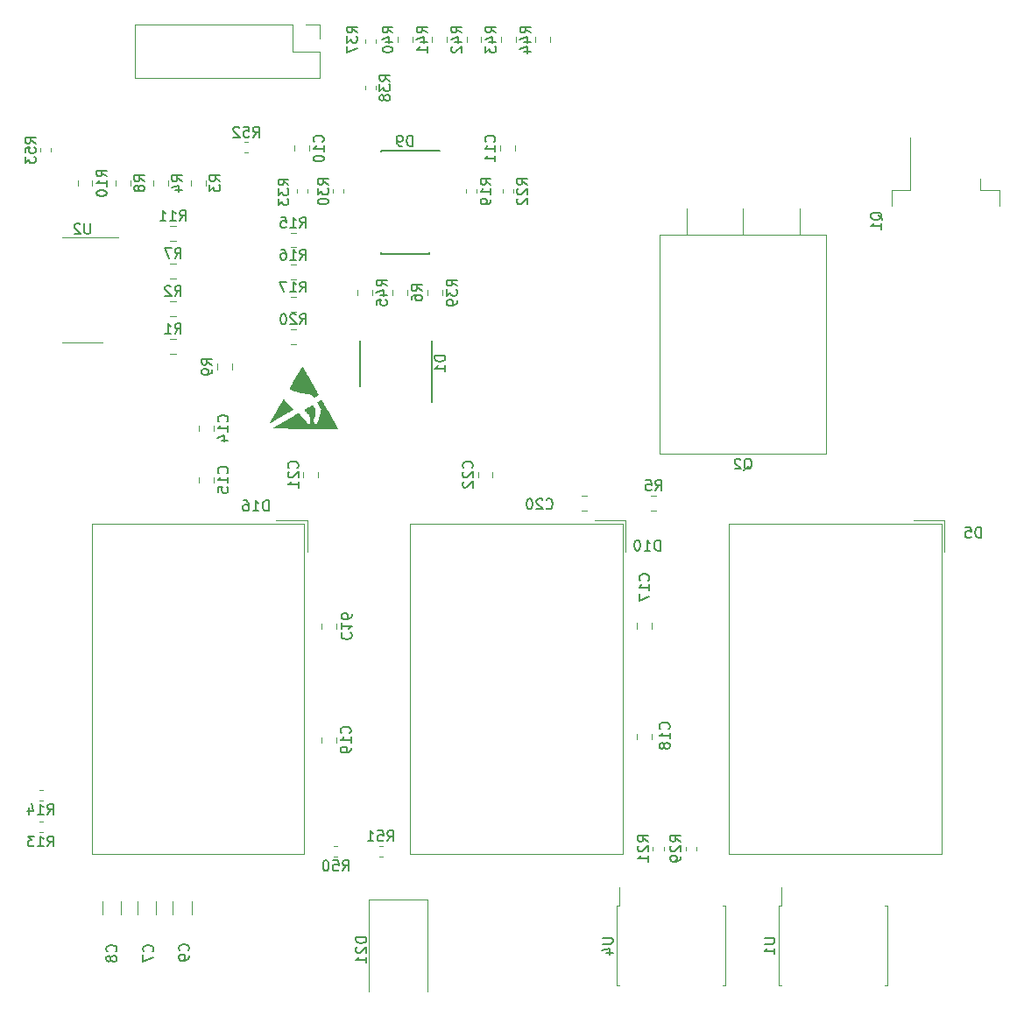
<source format=gbr>
G04 #@! TF.GenerationSoftware,KiCad,Pcbnew,(5.1.2)-2*
G04 #@! TF.CreationDate,2019-07-10T12:42:44+04:00*
G04 #@! TF.ProjectId,DTI_1-12,4454495f-312d-4313-922e-6b696361645f,rev?*
G04 #@! TF.SameCoordinates,Original*
G04 #@! TF.FileFunction,Legend,Bot*
G04 #@! TF.FilePolarity,Positive*
%FSLAX46Y46*%
G04 Gerber Fmt 4.6, Leading zero omitted, Abs format (unit mm)*
G04 Created by KiCad (PCBNEW (5.1.2)-2) date 2019-07-10 12:42:44*
%MOMM*%
%LPD*%
G04 APERTURE LIST*
%ADD10C,0.010000*%
%ADD11C,0.120000*%
%ADD12C,0.150000*%
G04 APERTURE END LIST*
D10*
G36*
X112685957Y-88335835D02*
G01*
X112662935Y-88373245D01*
X112627466Y-88432514D01*
X112581004Y-88511118D01*
X112525004Y-88606538D01*
X112460919Y-88716250D01*
X112390204Y-88837734D01*
X112314313Y-88968468D01*
X112234701Y-89105930D01*
X112152822Y-89247598D01*
X112070130Y-89390951D01*
X111988079Y-89533467D01*
X111908124Y-89672624D01*
X111831719Y-89805901D01*
X111760318Y-89930776D01*
X111695376Y-90044727D01*
X111638347Y-90145233D01*
X111590685Y-90229772D01*
X111553845Y-90295822D01*
X111529280Y-90340862D01*
X111518446Y-90362370D01*
X111518049Y-90363714D01*
X111531499Y-90381965D01*
X111568886Y-90409882D01*
X111625765Y-90444725D01*
X111697688Y-90483754D01*
X111772985Y-90520843D01*
X111875440Y-90565817D01*
X111983183Y-90606226D01*
X112099927Y-90642969D01*
X112229382Y-90676942D01*
X112375260Y-90709044D01*
X112541274Y-90740173D01*
X112731134Y-90771227D01*
X112927531Y-90800145D01*
X113098166Y-90825800D01*
X113241455Y-90851198D01*
X113360992Y-90877602D01*
X113460370Y-90906273D01*
X113543182Y-90938473D01*
X113613022Y-90975465D01*
X113673482Y-91018512D01*
X113728155Y-91068875D01*
X113745786Y-91087583D01*
X113784000Y-91131139D01*
X113812268Y-91166682D01*
X113825382Y-91187583D01*
X113825732Y-91189297D01*
X113830320Y-91199806D01*
X113846242Y-91199924D01*
X113876734Y-91188254D01*
X113925032Y-91163396D01*
X113994373Y-91123952D01*
X114042561Y-91095587D01*
X114114417Y-91051247D01*
X114170258Y-91013279D01*
X114206333Y-90984416D01*
X114218887Y-90967388D01*
X114218879Y-90967264D01*
X114211094Y-90951037D01*
X114189108Y-90910400D01*
X114154197Y-90847567D01*
X114107637Y-90764752D01*
X114050705Y-90664172D01*
X113984677Y-90548040D01*
X113910828Y-90418571D01*
X113830436Y-90277980D01*
X113744776Y-90128482D01*
X113655124Y-89972292D01*
X113562757Y-89811624D01*
X113468951Y-89648693D01*
X113374982Y-89485713D01*
X113282126Y-89324900D01*
X113191660Y-89168468D01*
X113104859Y-89018633D01*
X113023000Y-88877608D01*
X112947359Y-88747609D01*
X112879213Y-88630849D01*
X112819837Y-88529545D01*
X112770507Y-88445911D01*
X112732500Y-88382162D01*
X112707093Y-88340511D01*
X112695560Y-88323175D01*
X112695077Y-88322805D01*
X112685957Y-88335835D01*
X112685957Y-88335835D01*
G37*
X112685957Y-88335835D02*
X112662935Y-88373245D01*
X112627466Y-88432514D01*
X112581004Y-88511118D01*
X112525004Y-88606538D01*
X112460919Y-88716250D01*
X112390204Y-88837734D01*
X112314313Y-88968468D01*
X112234701Y-89105930D01*
X112152822Y-89247598D01*
X112070130Y-89390951D01*
X111988079Y-89533467D01*
X111908124Y-89672624D01*
X111831719Y-89805901D01*
X111760318Y-89930776D01*
X111695376Y-90044727D01*
X111638347Y-90145233D01*
X111590685Y-90229772D01*
X111553845Y-90295822D01*
X111529280Y-90340862D01*
X111518446Y-90362370D01*
X111518049Y-90363714D01*
X111531499Y-90381965D01*
X111568886Y-90409882D01*
X111625765Y-90444725D01*
X111697688Y-90483754D01*
X111772985Y-90520843D01*
X111875440Y-90565817D01*
X111983183Y-90606226D01*
X112099927Y-90642969D01*
X112229382Y-90676942D01*
X112375260Y-90709044D01*
X112541274Y-90740173D01*
X112731134Y-90771227D01*
X112927531Y-90800145D01*
X113098166Y-90825800D01*
X113241455Y-90851198D01*
X113360992Y-90877602D01*
X113460370Y-90906273D01*
X113543182Y-90938473D01*
X113613022Y-90975465D01*
X113673482Y-91018512D01*
X113728155Y-91068875D01*
X113745786Y-91087583D01*
X113784000Y-91131139D01*
X113812268Y-91166682D01*
X113825382Y-91187583D01*
X113825732Y-91189297D01*
X113830320Y-91199806D01*
X113846242Y-91199924D01*
X113876734Y-91188254D01*
X113925032Y-91163396D01*
X113994373Y-91123952D01*
X114042561Y-91095587D01*
X114114417Y-91051247D01*
X114170258Y-91013279D01*
X114206333Y-90984416D01*
X114218887Y-90967388D01*
X114218879Y-90967264D01*
X114211094Y-90951037D01*
X114189108Y-90910400D01*
X114154197Y-90847567D01*
X114107637Y-90764752D01*
X114050705Y-90664172D01*
X113984677Y-90548040D01*
X113910828Y-90418571D01*
X113830436Y-90277980D01*
X113744776Y-90128482D01*
X113655124Y-89972292D01*
X113562757Y-89811624D01*
X113468951Y-89648693D01*
X113374982Y-89485713D01*
X113282126Y-89324900D01*
X113191660Y-89168468D01*
X113104859Y-89018633D01*
X113023000Y-88877608D01*
X112947359Y-88747609D01*
X112879213Y-88630849D01*
X112819837Y-88529545D01*
X112770507Y-88445911D01*
X112732500Y-88382162D01*
X112707093Y-88340511D01*
X112695560Y-88323175D01*
X112695077Y-88322805D01*
X112685957Y-88335835D01*
G36*
X110862472Y-91484619D02*
G01*
X110851092Y-91503693D01*
X110825512Y-91547421D01*
X110786998Y-91613619D01*
X110736814Y-91700102D01*
X110676225Y-91804685D01*
X110606497Y-91925183D01*
X110528893Y-92059412D01*
X110444680Y-92205187D01*
X110355121Y-92360323D01*
X110263002Y-92520000D01*
X110168924Y-92683117D01*
X110078598Y-92839709D01*
X109993335Y-92987506D01*
X109914443Y-93124240D01*
X109843231Y-93247642D01*
X109781009Y-93355444D01*
X109729087Y-93445377D01*
X109688772Y-93515173D01*
X109661376Y-93562564D01*
X109648493Y-93584786D01*
X109627493Y-93622330D01*
X109616075Y-93645831D01*
X109615449Y-93649920D01*
X109629364Y-93642242D01*
X109668059Y-93620203D01*
X109729513Y-93584971D01*
X109811702Y-93537711D01*
X109912604Y-93479589D01*
X110030195Y-93411771D01*
X110162454Y-93335424D01*
X110307358Y-93251714D01*
X110462883Y-93161806D01*
X110627008Y-93066867D01*
X110689451Y-93030732D01*
X110856513Y-92934083D01*
X111015926Y-92841938D01*
X111165645Y-92755475D01*
X111303624Y-92675871D01*
X111427815Y-92604305D01*
X111536173Y-92541955D01*
X111626652Y-92489998D01*
X111697204Y-92449613D01*
X111745785Y-92421978D01*
X111770346Y-92408272D01*
X111772915Y-92406974D01*
X111765431Y-92395220D01*
X111739386Y-92363795D01*
X111697441Y-92315594D01*
X111642254Y-92253510D01*
X111576483Y-92180439D01*
X111502788Y-92099276D01*
X111423827Y-92012916D01*
X111342260Y-91924253D01*
X111260746Y-91836182D01*
X111181943Y-91751599D01*
X111108510Y-91673397D01*
X111043107Y-91604472D01*
X110988392Y-91547719D01*
X110947023Y-91506032D01*
X110932836Y-91492363D01*
X110885820Y-91448201D01*
X110862472Y-91484619D01*
X110862472Y-91484619D01*
G37*
X110862472Y-91484619D02*
X110851092Y-91503693D01*
X110825512Y-91547421D01*
X110786998Y-91613619D01*
X110736814Y-91700102D01*
X110676225Y-91804685D01*
X110606497Y-91925183D01*
X110528893Y-92059412D01*
X110444680Y-92205187D01*
X110355121Y-92360323D01*
X110263002Y-92520000D01*
X110168924Y-92683117D01*
X110078598Y-92839709D01*
X109993335Y-92987506D01*
X109914443Y-93124240D01*
X109843231Y-93247642D01*
X109781009Y-93355444D01*
X109729087Y-93445377D01*
X109688772Y-93515173D01*
X109661376Y-93562564D01*
X109648493Y-93584786D01*
X109627493Y-93622330D01*
X109616075Y-93645831D01*
X109615449Y-93649920D01*
X109629364Y-93642242D01*
X109668059Y-93620203D01*
X109729513Y-93584971D01*
X109811702Y-93537711D01*
X109912604Y-93479589D01*
X110030195Y-93411771D01*
X110162454Y-93335424D01*
X110307358Y-93251714D01*
X110462883Y-93161806D01*
X110627008Y-93066867D01*
X110689451Y-93030732D01*
X110856513Y-92934083D01*
X111015926Y-92841938D01*
X111165645Y-92755475D01*
X111303624Y-92675871D01*
X111427815Y-92604305D01*
X111536173Y-92541955D01*
X111626652Y-92489998D01*
X111697204Y-92449613D01*
X111745785Y-92421978D01*
X111770346Y-92408272D01*
X111772915Y-92406974D01*
X111765431Y-92395220D01*
X111739386Y-92363795D01*
X111697441Y-92315594D01*
X111642254Y-92253510D01*
X111576483Y-92180439D01*
X111502788Y-92099276D01*
X111423827Y-92012916D01*
X111342260Y-91924253D01*
X111260746Y-91836182D01*
X111181943Y-91751599D01*
X111108510Y-91673397D01*
X111043107Y-91604472D01*
X110988392Y-91547719D01*
X110947023Y-91506032D01*
X110932836Y-91492363D01*
X110885820Y-91448201D01*
X110862472Y-91484619D01*
G36*
X114527906Y-91541158D02*
G01*
X114495381Y-91553736D01*
X114445807Y-91578712D01*
X114374626Y-91617876D01*
X114369084Y-91620988D01*
X114303526Y-91658476D01*
X114248202Y-91691319D01*
X114208545Y-91716205D01*
X114189988Y-91729820D01*
X114189469Y-91730487D01*
X114193952Y-91749390D01*
X114214514Y-91791605D01*
X114249817Y-91854832D01*
X114298520Y-91936772D01*
X114359282Y-92035122D01*
X114430764Y-92147585D01*
X114448555Y-92175165D01*
X114494907Y-92251699D01*
X114528658Y-92317556D01*
X114546847Y-92366782D01*
X114548714Y-92376507D01*
X114547885Y-92419312D01*
X114538606Y-92487209D01*
X114522032Y-92575843D01*
X114499320Y-92680859D01*
X114471627Y-92797902D01*
X114440110Y-92922616D01*
X114405925Y-93050645D01*
X114370229Y-93177634D01*
X114334179Y-93299228D01*
X114298932Y-93411072D01*
X114265644Y-93508810D01*
X114235472Y-93588087D01*
X114214439Y-93635122D01*
X114189663Y-93685225D01*
X114166270Y-93733168D01*
X114165003Y-93735793D01*
X114126301Y-93784220D01*
X114069816Y-93816828D01*
X114004061Y-93832454D01*
X113937549Y-93829937D01*
X113878795Y-93808114D01*
X113845742Y-93779382D01*
X113798141Y-93700583D01*
X113763261Y-93602378D01*
X113744123Y-93494779D01*
X113741412Y-93433780D01*
X113752330Y-93319935D01*
X113784376Y-93225660D01*
X113839274Y-93146379D01*
X113856393Y-93128733D01*
X113907339Y-93079235D01*
X113910837Y-92729362D01*
X113914336Y-92379489D01*
X113825182Y-92244531D01*
X113783346Y-92183445D01*
X113743055Y-92128493D01*
X113710057Y-92087336D01*
X113695874Y-92072192D01*
X113655719Y-92034810D01*
X113601335Y-92064098D01*
X113566961Y-92085084D01*
X113548154Y-92101378D01*
X113546951Y-92104307D01*
X113534097Y-92116728D01*
X113512104Y-92125977D01*
X113490850Y-92134313D01*
X113458306Y-92150149D01*
X113411678Y-92175033D01*
X113348171Y-92210509D01*
X113264992Y-92258123D01*
X113159347Y-92319422D01*
X113101938Y-92352932D01*
X113034406Y-92393071D01*
X112990115Y-92421659D01*
X112965145Y-92442039D01*
X112955577Y-92457553D01*
X112957492Y-92471546D01*
X112959089Y-92474796D01*
X112974624Y-92495266D01*
X113007864Y-92533665D01*
X113054938Y-92585696D01*
X113111972Y-92647066D01*
X113161300Y-92699090D01*
X113274970Y-92822567D01*
X113363895Y-92929591D01*
X113428866Y-93021240D01*
X113470679Y-93098588D01*
X113484783Y-93137866D01*
X113490608Y-93172249D01*
X113496625Y-93230899D01*
X113502304Y-93307117D01*
X113507116Y-93394202D01*
X113509381Y-93449268D01*
X113512541Y-93544464D01*
X113513931Y-93614062D01*
X113513142Y-93663409D01*
X113509765Y-93697854D01*
X113503392Y-93722743D01*
X113493613Y-93743425D01*
X113485933Y-93756053D01*
X113441579Y-93804726D01*
X113384426Y-93838645D01*
X113324292Y-93853438D01*
X113279227Y-93848086D01*
X113238424Y-93824930D01*
X113187276Y-93783462D01*
X113132958Y-93730912D01*
X113082643Y-93674516D01*
X113043506Y-93621505D01*
X113029095Y-93595889D01*
X113007509Y-93560814D01*
X112968247Y-93507389D01*
X112914898Y-93439789D01*
X112851048Y-93362190D01*
X112780285Y-93278768D01*
X112706196Y-93193698D01*
X112632368Y-93111155D01*
X112562389Y-93035316D01*
X112499845Y-92970356D01*
X112450740Y-92922669D01*
X112396221Y-92875032D01*
X112350358Y-92839908D01*
X112318189Y-92820949D01*
X112307511Y-92818864D01*
X112291147Y-92827274D01*
X112250329Y-92849846D01*
X112187414Y-92885224D01*
X112104756Y-92932054D01*
X112004711Y-92988981D01*
X111889634Y-93054649D01*
X111761881Y-93127703D01*
X111623806Y-93206788D01*
X111477766Y-93290548D01*
X111326116Y-93377629D01*
X111171210Y-93466676D01*
X111015405Y-93556332D01*
X110861056Y-93645243D01*
X110710518Y-93732054D01*
X110566146Y-93815409D01*
X110430296Y-93893954D01*
X110305323Y-93966333D01*
X110193583Y-94031190D01*
X110097430Y-94087171D01*
X110019221Y-94132920D01*
X109961311Y-94167083D01*
X109926054Y-94188304D01*
X109915835Y-94194963D01*
X109929598Y-94196280D01*
X109972896Y-94197559D01*
X110044286Y-94198796D01*
X110142327Y-94199983D01*
X110265578Y-94201115D01*
X110412597Y-94202186D01*
X110581943Y-94203189D01*
X110772174Y-94204119D01*
X110981849Y-94204968D01*
X111209527Y-94205732D01*
X111453765Y-94206403D01*
X111713123Y-94206976D01*
X111986159Y-94207444D01*
X112271432Y-94207802D01*
X112567500Y-94208042D01*
X112872921Y-94208159D01*
X113001076Y-94208171D01*
X116101030Y-94208171D01*
X115879947Y-93824847D01*
X115833144Y-93743680D01*
X115772898Y-93639166D01*
X115701222Y-93514801D01*
X115620131Y-93374082D01*
X115531638Y-93220503D01*
X115437760Y-93057562D01*
X115340509Y-92888754D01*
X115241900Y-92717575D01*
X115143947Y-92547521D01*
X115119175Y-92504512D01*
X115028848Y-92347857D01*
X114942711Y-92198803D01*
X114862058Y-92059568D01*
X114788184Y-91932371D01*
X114722383Y-91819432D01*
X114665950Y-91722968D01*
X114620179Y-91645200D01*
X114586365Y-91588346D01*
X114565802Y-91554625D01*
X114560047Y-91546040D01*
X114547942Y-91539189D01*
X114527906Y-91541158D01*
X114527906Y-91541158D01*
G37*
X114527906Y-91541158D02*
X114495381Y-91553736D01*
X114445807Y-91578712D01*
X114374626Y-91617876D01*
X114369084Y-91620988D01*
X114303526Y-91658476D01*
X114248202Y-91691319D01*
X114208545Y-91716205D01*
X114189988Y-91729820D01*
X114189469Y-91730487D01*
X114193952Y-91749390D01*
X114214514Y-91791605D01*
X114249817Y-91854832D01*
X114298520Y-91936772D01*
X114359282Y-92035122D01*
X114430764Y-92147585D01*
X114448555Y-92175165D01*
X114494907Y-92251699D01*
X114528658Y-92317556D01*
X114546847Y-92366782D01*
X114548714Y-92376507D01*
X114547885Y-92419312D01*
X114538606Y-92487209D01*
X114522032Y-92575843D01*
X114499320Y-92680859D01*
X114471627Y-92797902D01*
X114440110Y-92922616D01*
X114405925Y-93050645D01*
X114370229Y-93177634D01*
X114334179Y-93299228D01*
X114298932Y-93411072D01*
X114265644Y-93508810D01*
X114235472Y-93588087D01*
X114214439Y-93635122D01*
X114189663Y-93685225D01*
X114166270Y-93733168D01*
X114165003Y-93735793D01*
X114126301Y-93784220D01*
X114069816Y-93816828D01*
X114004061Y-93832454D01*
X113937549Y-93829937D01*
X113878795Y-93808114D01*
X113845742Y-93779382D01*
X113798141Y-93700583D01*
X113763261Y-93602378D01*
X113744123Y-93494779D01*
X113741412Y-93433780D01*
X113752330Y-93319935D01*
X113784376Y-93225660D01*
X113839274Y-93146379D01*
X113856393Y-93128733D01*
X113907339Y-93079235D01*
X113910837Y-92729362D01*
X113914336Y-92379489D01*
X113825182Y-92244531D01*
X113783346Y-92183445D01*
X113743055Y-92128493D01*
X113710057Y-92087336D01*
X113695874Y-92072192D01*
X113655719Y-92034810D01*
X113601335Y-92064098D01*
X113566961Y-92085084D01*
X113548154Y-92101378D01*
X113546951Y-92104307D01*
X113534097Y-92116728D01*
X113512104Y-92125977D01*
X113490850Y-92134313D01*
X113458306Y-92150149D01*
X113411678Y-92175033D01*
X113348171Y-92210509D01*
X113264992Y-92258123D01*
X113159347Y-92319422D01*
X113101938Y-92352932D01*
X113034406Y-92393071D01*
X112990115Y-92421659D01*
X112965145Y-92442039D01*
X112955577Y-92457553D01*
X112957492Y-92471546D01*
X112959089Y-92474796D01*
X112974624Y-92495266D01*
X113007864Y-92533665D01*
X113054938Y-92585696D01*
X113111972Y-92647066D01*
X113161300Y-92699090D01*
X113274970Y-92822567D01*
X113363895Y-92929591D01*
X113428866Y-93021240D01*
X113470679Y-93098588D01*
X113484783Y-93137866D01*
X113490608Y-93172249D01*
X113496625Y-93230899D01*
X113502304Y-93307117D01*
X113507116Y-93394202D01*
X113509381Y-93449268D01*
X113512541Y-93544464D01*
X113513931Y-93614062D01*
X113513142Y-93663409D01*
X113509765Y-93697854D01*
X113503392Y-93722743D01*
X113493613Y-93743425D01*
X113485933Y-93756053D01*
X113441579Y-93804726D01*
X113384426Y-93838645D01*
X113324292Y-93853438D01*
X113279227Y-93848086D01*
X113238424Y-93824930D01*
X113187276Y-93783462D01*
X113132958Y-93730912D01*
X113082643Y-93674516D01*
X113043506Y-93621505D01*
X113029095Y-93595889D01*
X113007509Y-93560814D01*
X112968247Y-93507389D01*
X112914898Y-93439789D01*
X112851048Y-93362190D01*
X112780285Y-93278768D01*
X112706196Y-93193698D01*
X112632368Y-93111155D01*
X112562389Y-93035316D01*
X112499845Y-92970356D01*
X112450740Y-92922669D01*
X112396221Y-92875032D01*
X112350358Y-92839908D01*
X112318189Y-92820949D01*
X112307511Y-92818864D01*
X112291147Y-92827274D01*
X112250329Y-92849846D01*
X112187414Y-92885224D01*
X112104756Y-92932054D01*
X112004711Y-92988981D01*
X111889634Y-93054649D01*
X111761881Y-93127703D01*
X111623806Y-93206788D01*
X111477766Y-93290548D01*
X111326116Y-93377629D01*
X111171210Y-93466676D01*
X111015405Y-93556332D01*
X110861056Y-93645243D01*
X110710518Y-93732054D01*
X110566146Y-93815409D01*
X110430296Y-93893954D01*
X110305323Y-93966333D01*
X110193583Y-94031190D01*
X110097430Y-94087171D01*
X110019221Y-94132920D01*
X109961311Y-94167083D01*
X109926054Y-94188304D01*
X109915835Y-94194963D01*
X109929598Y-94196280D01*
X109972896Y-94197559D01*
X110044286Y-94198796D01*
X110142327Y-94199983D01*
X110265578Y-94201115D01*
X110412597Y-94202186D01*
X110581943Y-94203189D01*
X110772174Y-94204119D01*
X110981849Y-94204968D01*
X111209527Y-94205732D01*
X111453765Y-94206403D01*
X111713123Y-94206976D01*
X111986159Y-94207444D01*
X112271432Y-94207802D01*
X112567500Y-94208042D01*
X112872921Y-94208159D01*
X113001076Y-94208171D01*
X116101030Y-94208171D01*
X115879947Y-93824847D01*
X115833144Y-93743680D01*
X115772898Y-93639166D01*
X115701222Y-93514801D01*
X115620131Y-93374082D01*
X115531638Y-93220503D01*
X115437760Y-93057562D01*
X115340509Y-92888754D01*
X115241900Y-92717575D01*
X115143947Y-92547521D01*
X115119175Y-92504512D01*
X115028848Y-92347857D01*
X114942711Y-92198803D01*
X114862058Y-92059568D01*
X114788184Y-91932371D01*
X114722383Y-91819432D01*
X114665950Y-91722968D01*
X114620179Y-91645200D01*
X114586365Y-91588346D01*
X114565802Y-91554625D01*
X114560047Y-91546040D01*
X114547942Y-91539189D01*
X114527906Y-91541158D01*
D11*
X144000000Y-103155000D02*
X141000000Y-103155000D01*
X144000000Y-103155000D02*
X144000000Y-106155000D01*
X123170000Y-103455000D02*
X123170000Y-135405000D01*
X143690000Y-135405000D02*
X123170000Y-135405000D01*
X143690000Y-103455000D02*
X143690000Y-135405000D01*
X143690000Y-103455000D02*
X123170000Y-103455000D01*
X96805000Y-141202064D02*
X96805000Y-139997936D01*
X98625000Y-141202064D02*
X98625000Y-139997936D01*
X95200000Y-141202064D02*
X95200000Y-139997936D01*
X93380000Y-141202064D02*
X93380000Y-139997936D01*
X102050000Y-141202064D02*
X102050000Y-139997936D01*
X100230000Y-141202064D02*
X100230000Y-139997936D01*
X111990000Y-67451252D02*
X111990000Y-66928748D01*
X113410000Y-67451252D02*
X113410000Y-66928748D01*
X131880000Y-66928748D02*
X131880000Y-67451252D01*
X133300000Y-66928748D02*
X133300000Y-67451252D01*
X104170000Y-94506252D02*
X104170000Y-93983748D01*
X102750000Y-94506252D02*
X102750000Y-93983748D01*
X102750000Y-99481252D02*
X102750000Y-98958748D01*
X104170000Y-99481252D02*
X104170000Y-98958748D01*
X114610000Y-113636252D02*
X114610000Y-113113748D01*
X116030000Y-113636252D02*
X116030000Y-113113748D01*
X146470000Y-113073748D02*
X146470000Y-113596252D01*
X145050000Y-113073748D02*
X145050000Y-113596252D01*
X146470000Y-124306252D02*
X146470000Y-123783748D01*
X145050000Y-124306252D02*
X145050000Y-123783748D01*
X116040000Y-124616252D02*
X116040000Y-124093748D01*
X114620000Y-124616252D02*
X114620000Y-124093748D01*
X139733748Y-102170000D02*
X140256252Y-102170000D01*
X139733748Y-100750000D02*
X140256252Y-100750000D01*
X112840000Y-98458748D02*
X112840000Y-98981252D01*
X114260000Y-98458748D02*
X114260000Y-98981252D01*
X131130000Y-98458748D02*
X131130000Y-98981252D01*
X129710000Y-98458748D02*
X129710000Y-98981252D01*
D12*
X118330000Y-90205000D02*
X118330000Y-85755000D01*
X125230000Y-91730000D02*
X125230000Y-85755000D01*
D11*
X174490000Y-103455000D02*
X153970000Y-103455000D01*
X174490000Y-103455000D02*
X174490000Y-135405000D01*
X174490000Y-135405000D02*
X153970000Y-135405000D01*
X153970000Y-103455000D02*
X153970000Y-135405000D01*
X174800000Y-103155000D02*
X174800000Y-106155000D01*
X174800000Y-103155000D02*
X171800000Y-103155000D01*
D12*
X120320000Y-67420000D02*
X120320000Y-67527500D01*
X120320000Y-77370000D02*
X120320000Y-77262500D01*
X124970000Y-77370000D02*
X124970000Y-77262500D01*
X126045000Y-67370000D02*
X120320000Y-67370000D01*
X124970000Y-77370000D02*
X120320000Y-77370000D01*
D11*
X112890000Y-103455000D02*
X92370000Y-103455000D01*
X112890000Y-103455000D02*
X112890000Y-135405000D01*
X112890000Y-135405000D02*
X92370000Y-135405000D01*
X92370000Y-103455000D02*
X92370000Y-135405000D01*
X113200000Y-103155000D02*
X113200000Y-106155000D01*
X113200000Y-103155000D02*
X110200000Y-103155000D01*
X119155000Y-148660000D02*
X119155000Y-139800000D01*
X119155000Y-139800000D02*
X124825000Y-139800000D01*
X124825000Y-139800000D02*
X124825000Y-148660000D01*
X114430000Y-60420000D02*
X114430000Y-57820000D01*
X114430000Y-60420000D02*
X96530000Y-60420000D01*
X96530000Y-60420000D02*
X96530000Y-55220000D01*
X111830000Y-55220000D02*
X96530000Y-55220000D01*
X111830000Y-57820000D02*
X111830000Y-55220000D01*
X114430000Y-57820000D02*
X111830000Y-57820000D01*
X114430000Y-55220000D02*
X113100000Y-55220000D01*
X114430000Y-56550000D02*
X114430000Y-55220000D01*
X169700000Y-72750000D02*
X169700000Y-71250000D01*
X169700000Y-71250000D02*
X171510000Y-71250000D01*
X171510000Y-71250000D02*
X171510000Y-66125000D01*
X180100000Y-72750000D02*
X180100000Y-71250000D01*
X180100000Y-71250000D02*
X178290000Y-71250000D01*
X178290000Y-71250000D02*
X178290000Y-70150000D01*
X147255000Y-75535000D02*
X163395000Y-75535000D01*
X147255000Y-96725000D02*
X163395000Y-96725000D01*
X147255000Y-96725000D02*
X147255000Y-75535000D01*
X163395000Y-96725000D02*
X163395000Y-75535000D01*
X149875000Y-75535000D02*
X149875000Y-72975000D01*
X155325000Y-75535000D02*
X155325000Y-72975000D01*
X160775000Y-75535000D02*
X160775000Y-72975000D01*
X100501252Y-85590000D02*
X99978748Y-85590000D01*
X100501252Y-87010000D02*
X99978748Y-87010000D01*
X100501252Y-81953332D02*
X99978748Y-81953332D01*
X100501252Y-83373332D02*
X99978748Y-83373332D01*
X103390000Y-70806252D02*
X103390000Y-70283748D01*
X101970000Y-70806252D02*
X101970000Y-70283748D01*
X98320000Y-70806252D02*
X98320000Y-70283748D01*
X99740000Y-70806252D02*
X99740000Y-70283748D01*
X146941252Y-102170000D02*
X146418748Y-102170000D01*
X146941252Y-100750000D02*
X146418748Y-100750000D01*
X122902000Y-81391252D02*
X122902000Y-80868748D01*
X121482000Y-81391252D02*
X121482000Y-80868748D01*
X100501252Y-79736666D02*
X99978748Y-79736666D01*
X100501252Y-78316666D02*
X99978748Y-78316666D01*
X94670000Y-70806252D02*
X94670000Y-70283748D01*
X96090000Y-70806252D02*
X96090000Y-70283748D01*
X105920000Y-88018748D02*
X105920000Y-88541252D01*
X104500000Y-88018748D02*
X104500000Y-88541252D01*
X92440000Y-70806252D02*
X92440000Y-70283748D01*
X91020000Y-70806252D02*
X91020000Y-70283748D01*
X100501252Y-74680000D02*
X99978748Y-74680000D01*
X100501252Y-76100000D02*
X99978748Y-76100000D01*
X87283733Y-132280000D02*
X87626267Y-132280000D01*
X87283733Y-133300000D02*
X87626267Y-133300000D01*
X87283733Y-130200000D02*
X87626267Y-130200000D01*
X87283733Y-129180000D02*
X87626267Y-129180000D01*
X112126252Y-76747142D02*
X111603748Y-76747142D01*
X112126252Y-75327142D02*
X111603748Y-75327142D01*
X112126252Y-78441426D02*
X111603748Y-78441426D01*
X112126252Y-79861426D02*
X111603748Y-79861426D01*
X112126252Y-81555710D02*
X111603748Y-81555710D01*
X112126252Y-82975710D02*
X111603748Y-82975710D01*
X128567500Y-71511267D02*
X128567500Y-71168733D01*
X129587500Y-71511267D02*
X129587500Y-71168733D01*
X112126252Y-86089994D02*
X111603748Y-86089994D01*
X112126252Y-84669994D02*
X111603748Y-84669994D01*
X147650000Y-134683734D02*
X147650000Y-135026268D01*
X146630000Y-134683734D02*
X146630000Y-135026268D01*
X132080000Y-71511267D02*
X132080000Y-71168733D01*
X133100000Y-71511267D02*
X133100000Y-71168733D01*
X149774999Y-134683734D02*
X149774999Y-135026268D01*
X150794999Y-134683734D02*
X150794999Y-135026268D01*
X116722500Y-71168733D02*
X116722500Y-71511267D01*
X115702500Y-71168733D02*
X115702500Y-71511267D01*
X113210000Y-71511267D02*
X113210000Y-71168733D01*
X112190000Y-71511267D02*
X112190000Y-71168733D01*
X118810000Y-56976267D02*
X118810000Y-56633733D01*
X119830000Y-56976267D02*
X119830000Y-56633733D01*
X118810000Y-61496267D02*
X118810000Y-61153733D01*
X119830000Y-61496267D02*
X119830000Y-61153733D01*
X124874000Y-81391252D02*
X124874000Y-80868748D01*
X126294000Y-81391252D02*
X126294000Y-80868748D01*
X121963333Y-56398748D02*
X121963333Y-56921252D01*
X123383333Y-56398748D02*
X123383333Y-56921252D01*
X125289999Y-56398748D02*
X125289999Y-56921252D01*
X126709999Y-56398748D02*
X126709999Y-56921252D01*
X130036665Y-56398748D02*
X130036665Y-56921252D01*
X128616665Y-56398748D02*
X128616665Y-56921252D01*
X131943331Y-56398748D02*
X131943331Y-56921252D01*
X133363331Y-56398748D02*
X133363331Y-56921252D01*
X135269997Y-56398748D02*
X135269997Y-56921252D01*
X136689997Y-56398748D02*
X136689997Y-56921252D01*
X119510000Y-81391252D02*
X119510000Y-80868748D01*
X118090000Y-81391252D02*
X118090000Y-80868748D01*
X115808733Y-135640000D02*
X116151267Y-135640000D01*
X115808733Y-134620000D02*
X116151267Y-134620000D01*
X120481267Y-134620000D02*
X120138733Y-134620000D01*
X120481267Y-135640000D02*
X120138733Y-135640000D01*
X107496267Y-67585000D02*
X107153733Y-67585000D01*
X107496267Y-66565000D02*
X107153733Y-66565000D01*
X88435000Y-67178733D02*
X88435000Y-67521267D01*
X87415000Y-67178733D02*
X87415000Y-67521267D01*
X159035000Y-140410000D02*
X159035000Y-138595000D01*
X158780000Y-140410000D02*
X159035000Y-140410000D01*
X158780000Y-144270000D02*
X158780000Y-140410000D01*
X158780000Y-148130000D02*
X159035000Y-148130000D01*
X158780000Y-144270000D02*
X158780000Y-148130000D01*
X169300000Y-140410000D02*
X169045000Y-140410000D01*
X169300000Y-144270000D02*
X169300000Y-140410000D01*
X169300000Y-148130000D02*
X169045000Y-148130000D01*
X169300000Y-144270000D02*
X169300000Y-148130000D01*
X91480000Y-85950000D02*
X89530000Y-85950000D01*
X91480000Y-85950000D02*
X93430000Y-85950000D01*
X91480000Y-75830000D02*
X89530000Y-75830000D01*
X91480000Y-75830000D02*
X94930000Y-75830000D01*
X153650000Y-144270000D02*
X153650000Y-148130000D01*
X153650000Y-148130000D02*
X153395000Y-148130000D01*
X153650000Y-144270000D02*
X153650000Y-140410000D01*
X153650000Y-140410000D02*
X153395000Y-140410000D01*
X143130000Y-144270000D02*
X143130000Y-148130000D01*
X143130000Y-148130000D02*
X143385000Y-148130000D01*
X143130000Y-144270000D02*
X143130000Y-140410000D01*
X143130000Y-140410000D02*
X143385000Y-140410000D01*
X143385000Y-140410000D02*
X143385000Y-138595000D01*
D12*
X147314285Y-106062380D02*
X147314285Y-105062380D01*
X147076190Y-105062380D01*
X146933333Y-105110000D01*
X146838095Y-105205238D01*
X146790476Y-105300476D01*
X146742857Y-105490952D01*
X146742857Y-105633809D01*
X146790476Y-105824285D01*
X146838095Y-105919523D01*
X146933333Y-106014761D01*
X147076190Y-106062380D01*
X147314285Y-106062380D01*
X145790476Y-106062380D02*
X146361904Y-106062380D01*
X146076190Y-106062380D02*
X146076190Y-105062380D01*
X146171428Y-105205238D01*
X146266666Y-105300476D01*
X146361904Y-105348095D01*
X145171428Y-105062380D02*
X145076190Y-105062380D01*
X144980952Y-105110000D01*
X144933333Y-105157619D01*
X144885714Y-105252857D01*
X144838095Y-105443333D01*
X144838095Y-105681428D01*
X144885714Y-105871904D01*
X144933333Y-105967142D01*
X144980952Y-106014761D01*
X145076190Y-106062380D01*
X145171428Y-106062380D01*
X145266666Y-106014761D01*
X145314285Y-105967142D01*
X145361904Y-105871904D01*
X145409523Y-105681428D01*
X145409523Y-105443333D01*
X145361904Y-105252857D01*
X145314285Y-105157619D01*
X145266666Y-105110000D01*
X145171428Y-105062380D01*
X98247142Y-144833333D02*
X98294761Y-144785714D01*
X98342380Y-144642857D01*
X98342380Y-144547619D01*
X98294761Y-144404761D01*
X98199523Y-144309523D01*
X98104285Y-144261904D01*
X97913809Y-144214285D01*
X97770952Y-144214285D01*
X97580476Y-144261904D01*
X97485238Y-144309523D01*
X97390000Y-144404761D01*
X97342380Y-144547619D01*
X97342380Y-144642857D01*
X97390000Y-144785714D01*
X97437619Y-144833333D01*
X97342380Y-145166666D02*
X97342380Y-145833333D01*
X98342380Y-145404761D01*
X94697142Y-144833333D02*
X94744761Y-144785714D01*
X94792380Y-144642857D01*
X94792380Y-144547619D01*
X94744761Y-144404761D01*
X94649523Y-144309523D01*
X94554285Y-144261904D01*
X94363809Y-144214285D01*
X94220952Y-144214285D01*
X94030476Y-144261904D01*
X93935238Y-144309523D01*
X93840000Y-144404761D01*
X93792380Y-144547619D01*
X93792380Y-144642857D01*
X93840000Y-144785714D01*
X93887619Y-144833333D01*
X94220952Y-145404761D02*
X94173333Y-145309523D01*
X94125714Y-145261904D01*
X94030476Y-145214285D01*
X93982857Y-145214285D01*
X93887619Y-145261904D01*
X93840000Y-145309523D01*
X93792380Y-145404761D01*
X93792380Y-145595238D01*
X93840000Y-145690476D01*
X93887619Y-145738095D01*
X93982857Y-145785714D01*
X94030476Y-145785714D01*
X94125714Y-145738095D01*
X94173333Y-145690476D01*
X94220952Y-145595238D01*
X94220952Y-145404761D01*
X94268571Y-145309523D01*
X94316190Y-145261904D01*
X94411428Y-145214285D01*
X94601904Y-145214285D01*
X94697142Y-145261904D01*
X94744761Y-145309523D01*
X94792380Y-145404761D01*
X94792380Y-145595238D01*
X94744761Y-145690476D01*
X94697142Y-145738095D01*
X94601904Y-145785714D01*
X94411428Y-145785714D01*
X94316190Y-145738095D01*
X94268571Y-145690476D01*
X94220952Y-145595238D01*
X101697142Y-144733333D02*
X101744761Y-144685714D01*
X101792380Y-144542857D01*
X101792380Y-144447619D01*
X101744761Y-144304761D01*
X101649523Y-144209523D01*
X101554285Y-144161904D01*
X101363809Y-144114285D01*
X101220952Y-144114285D01*
X101030476Y-144161904D01*
X100935238Y-144209523D01*
X100840000Y-144304761D01*
X100792380Y-144447619D01*
X100792380Y-144542857D01*
X100840000Y-144685714D01*
X100887619Y-144733333D01*
X101792380Y-145209523D02*
X101792380Y-145400000D01*
X101744761Y-145495238D01*
X101697142Y-145542857D01*
X101554285Y-145638095D01*
X101363809Y-145685714D01*
X100982857Y-145685714D01*
X100887619Y-145638095D01*
X100840000Y-145590476D01*
X100792380Y-145495238D01*
X100792380Y-145304761D01*
X100840000Y-145209523D01*
X100887619Y-145161904D01*
X100982857Y-145114285D01*
X101220952Y-145114285D01*
X101316190Y-145161904D01*
X101363809Y-145209523D01*
X101411428Y-145304761D01*
X101411428Y-145495238D01*
X101363809Y-145590476D01*
X101316190Y-145638095D01*
X101220952Y-145685714D01*
X114707142Y-66547142D02*
X114754761Y-66499523D01*
X114802380Y-66356666D01*
X114802380Y-66261428D01*
X114754761Y-66118571D01*
X114659523Y-66023333D01*
X114564285Y-65975714D01*
X114373809Y-65928095D01*
X114230952Y-65928095D01*
X114040476Y-65975714D01*
X113945238Y-66023333D01*
X113850000Y-66118571D01*
X113802380Y-66261428D01*
X113802380Y-66356666D01*
X113850000Y-66499523D01*
X113897619Y-66547142D01*
X114802380Y-67499523D02*
X114802380Y-66928095D01*
X114802380Y-67213809D02*
X113802380Y-67213809D01*
X113945238Y-67118571D01*
X114040476Y-67023333D01*
X114088095Y-66928095D01*
X113802380Y-68118571D02*
X113802380Y-68213809D01*
X113850000Y-68309047D01*
X113897619Y-68356666D01*
X113992857Y-68404285D01*
X114183333Y-68451904D01*
X114421428Y-68451904D01*
X114611904Y-68404285D01*
X114707142Y-68356666D01*
X114754761Y-68309047D01*
X114802380Y-68213809D01*
X114802380Y-68118571D01*
X114754761Y-68023333D01*
X114707142Y-67975714D01*
X114611904Y-67928095D01*
X114421428Y-67880476D01*
X114183333Y-67880476D01*
X113992857Y-67928095D01*
X113897619Y-67975714D01*
X113850000Y-68023333D01*
X113802380Y-68118571D01*
X131297142Y-66547142D02*
X131344761Y-66499523D01*
X131392380Y-66356666D01*
X131392380Y-66261428D01*
X131344761Y-66118571D01*
X131249523Y-66023333D01*
X131154285Y-65975714D01*
X130963809Y-65928095D01*
X130820952Y-65928095D01*
X130630476Y-65975714D01*
X130535238Y-66023333D01*
X130440000Y-66118571D01*
X130392380Y-66261428D01*
X130392380Y-66356666D01*
X130440000Y-66499523D01*
X130487619Y-66547142D01*
X131392380Y-67499523D02*
X131392380Y-66928095D01*
X131392380Y-67213809D02*
X130392380Y-67213809D01*
X130535238Y-67118571D01*
X130630476Y-67023333D01*
X130678095Y-66928095D01*
X131392380Y-68451904D02*
X131392380Y-67880476D01*
X131392380Y-68166190D02*
X130392380Y-68166190D01*
X130535238Y-68070952D01*
X130630476Y-67975714D01*
X130678095Y-67880476D01*
X105467142Y-93602142D02*
X105514761Y-93554523D01*
X105562380Y-93411666D01*
X105562380Y-93316428D01*
X105514761Y-93173571D01*
X105419523Y-93078333D01*
X105324285Y-93030714D01*
X105133809Y-92983095D01*
X104990952Y-92983095D01*
X104800476Y-93030714D01*
X104705238Y-93078333D01*
X104610000Y-93173571D01*
X104562380Y-93316428D01*
X104562380Y-93411666D01*
X104610000Y-93554523D01*
X104657619Y-93602142D01*
X105562380Y-94554523D02*
X105562380Y-93983095D01*
X105562380Y-94268809D02*
X104562380Y-94268809D01*
X104705238Y-94173571D01*
X104800476Y-94078333D01*
X104848095Y-93983095D01*
X104895714Y-95411666D02*
X105562380Y-95411666D01*
X104514761Y-95173571D02*
X105229047Y-94935476D01*
X105229047Y-95554523D01*
X105467142Y-98577142D02*
X105514761Y-98529523D01*
X105562380Y-98386666D01*
X105562380Y-98291428D01*
X105514761Y-98148571D01*
X105419523Y-98053333D01*
X105324285Y-98005714D01*
X105133809Y-97958095D01*
X104990952Y-97958095D01*
X104800476Y-98005714D01*
X104705238Y-98053333D01*
X104610000Y-98148571D01*
X104562380Y-98291428D01*
X104562380Y-98386666D01*
X104610000Y-98529523D01*
X104657619Y-98577142D01*
X105562380Y-99529523D02*
X105562380Y-98958095D01*
X105562380Y-99243809D02*
X104562380Y-99243809D01*
X104705238Y-99148571D01*
X104800476Y-99053333D01*
X104848095Y-98958095D01*
X104562380Y-100434285D02*
X104562380Y-99958095D01*
X105038571Y-99910476D01*
X104990952Y-99958095D01*
X104943333Y-100053333D01*
X104943333Y-100291428D01*
X104990952Y-100386666D01*
X105038571Y-100434285D01*
X105133809Y-100481904D01*
X105371904Y-100481904D01*
X105467142Y-100434285D01*
X105514761Y-100386666D01*
X105562380Y-100291428D01*
X105562380Y-100053333D01*
X105514761Y-99958095D01*
X105467142Y-99910476D01*
X116612857Y-114017857D02*
X116565238Y-114065476D01*
X116517619Y-114208333D01*
X116517619Y-114303571D01*
X116565238Y-114446428D01*
X116660476Y-114541666D01*
X116755714Y-114589285D01*
X116946190Y-114636904D01*
X117089047Y-114636904D01*
X117279523Y-114589285D01*
X117374761Y-114541666D01*
X117470000Y-114446428D01*
X117517619Y-114303571D01*
X117517619Y-114208333D01*
X117470000Y-114065476D01*
X117422380Y-114017857D01*
X116517619Y-113065476D02*
X116517619Y-113636904D01*
X116517619Y-113351190D02*
X117517619Y-113351190D01*
X117374761Y-113446428D01*
X117279523Y-113541666D01*
X117231904Y-113636904D01*
X117517619Y-112208333D02*
X117517619Y-112398809D01*
X117470000Y-112494047D01*
X117422380Y-112541666D01*
X117279523Y-112636904D01*
X117089047Y-112684523D01*
X116708095Y-112684523D01*
X116612857Y-112636904D01*
X116565238Y-112589285D01*
X116517619Y-112494047D01*
X116517619Y-112303571D01*
X116565238Y-112208333D01*
X116612857Y-112160714D01*
X116708095Y-112113095D01*
X116946190Y-112113095D01*
X117041428Y-112160714D01*
X117089047Y-112208333D01*
X117136666Y-112303571D01*
X117136666Y-112494047D01*
X117089047Y-112589285D01*
X117041428Y-112636904D01*
X116946190Y-112684523D01*
X146187142Y-108957142D02*
X146234761Y-108909523D01*
X146282380Y-108766666D01*
X146282380Y-108671428D01*
X146234761Y-108528571D01*
X146139523Y-108433333D01*
X146044285Y-108385714D01*
X145853809Y-108338095D01*
X145710952Y-108338095D01*
X145520476Y-108385714D01*
X145425238Y-108433333D01*
X145330000Y-108528571D01*
X145282380Y-108671428D01*
X145282380Y-108766666D01*
X145330000Y-108909523D01*
X145377619Y-108957142D01*
X146282380Y-109909523D02*
X146282380Y-109338095D01*
X146282380Y-109623809D02*
X145282380Y-109623809D01*
X145425238Y-109528571D01*
X145520476Y-109433333D01*
X145568095Y-109338095D01*
X145282380Y-110242857D02*
X145282380Y-110909523D01*
X146282380Y-110480952D01*
X148157142Y-123307142D02*
X148204761Y-123259523D01*
X148252380Y-123116666D01*
X148252380Y-123021428D01*
X148204761Y-122878571D01*
X148109523Y-122783333D01*
X148014285Y-122735714D01*
X147823809Y-122688095D01*
X147680952Y-122688095D01*
X147490476Y-122735714D01*
X147395238Y-122783333D01*
X147300000Y-122878571D01*
X147252380Y-123021428D01*
X147252380Y-123116666D01*
X147300000Y-123259523D01*
X147347619Y-123307142D01*
X148252380Y-124259523D02*
X148252380Y-123688095D01*
X148252380Y-123973809D02*
X147252380Y-123973809D01*
X147395238Y-123878571D01*
X147490476Y-123783333D01*
X147538095Y-123688095D01*
X147680952Y-124830952D02*
X147633333Y-124735714D01*
X147585714Y-124688095D01*
X147490476Y-124640476D01*
X147442857Y-124640476D01*
X147347619Y-124688095D01*
X147300000Y-124735714D01*
X147252380Y-124830952D01*
X147252380Y-125021428D01*
X147300000Y-125116666D01*
X147347619Y-125164285D01*
X147442857Y-125211904D01*
X147490476Y-125211904D01*
X147585714Y-125164285D01*
X147633333Y-125116666D01*
X147680952Y-125021428D01*
X147680952Y-124830952D01*
X147728571Y-124735714D01*
X147776190Y-124688095D01*
X147871428Y-124640476D01*
X148061904Y-124640476D01*
X148157142Y-124688095D01*
X148204761Y-124735714D01*
X148252380Y-124830952D01*
X148252380Y-125021428D01*
X148204761Y-125116666D01*
X148157142Y-125164285D01*
X148061904Y-125211904D01*
X147871428Y-125211904D01*
X147776190Y-125164285D01*
X147728571Y-125116666D01*
X147680952Y-125021428D01*
X117337142Y-123712142D02*
X117384761Y-123664523D01*
X117432380Y-123521666D01*
X117432380Y-123426428D01*
X117384761Y-123283571D01*
X117289523Y-123188333D01*
X117194285Y-123140714D01*
X117003809Y-123093095D01*
X116860952Y-123093095D01*
X116670476Y-123140714D01*
X116575238Y-123188333D01*
X116480000Y-123283571D01*
X116432380Y-123426428D01*
X116432380Y-123521666D01*
X116480000Y-123664523D01*
X116527619Y-123712142D01*
X117432380Y-124664523D02*
X117432380Y-124093095D01*
X117432380Y-124378809D02*
X116432380Y-124378809D01*
X116575238Y-124283571D01*
X116670476Y-124188333D01*
X116718095Y-124093095D01*
X117432380Y-125140714D02*
X117432380Y-125331190D01*
X117384761Y-125426428D01*
X117337142Y-125474047D01*
X117194285Y-125569285D01*
X117003809Y-125616904D01*
X116622857Y-125616904D01*
X116527619Y-125569285D01*
X116480000Y-125521666D01*
X116432380Y-125426428D01*
X116432380Y-125235952D01*
X116480000Y-125140714D01*
X116527619Y-125093095D01*
X116622857Y-125045476D01*
X116860952Y-125045476D01*
X116956190Y-125093095D01*
X117003809Y-125140714D01*
X117051428Y-125235952D01*
X117051428Y-125426428D01*
X117003809Y-125521666D01*
X116956190Y-125569285D01*
X116860952Y-125616904D01*
X136322857Y-101967142D02*
X136370476Y-102014761D01*
X136513333Y-102062380D01*
X136608571Y-102062380D01*
X136751428Y-102014761D01*
X136846666Y-101919523D01*
X136894285Y-101824285D01*
X136941904Y-101633809D01*
X136941904Y-101490952D01*
X136894285Y-101300476D01*
X136846666Y-101205238D01*
X136751428Y-101110000D01*
X136608571Y-101062380D01*
X136513333Y-101062380D01*
X136370476Y-101110000D01*
X136322857Y-101157619D01*
X135941904Y-101157619D02*
X135894285Y-101110000D01*
X135799047Y-101062380D01*
X135560952Y-101062380D01*
X135465714Y-101110000D01*
X135418095Y-101157619D01*
X135370476Y-101252857D01*
X135370476Y-101348095D01*
X135418095Y-101490952D01*
X135989523Y-102062380D01*
X135370476Y-102062380D01*
X134751428Y-101062380D02*
X134656190Y-101062380D01*
X134560952Y-101110000D01*
X134513333Y-101157619D01*
X134465714Y-101252857D01*
X134418095Y-101443333D01*
X134418095Y-101681428D01*
X134465714Y-101871904D01*
X134513333Y-101967142D01*
X134560952Y-102014761D01*
X134656190Y-102062380D01*
X134751428Y-102062380D01*
X134846666Y-102014761D01*
X134894285Y-101967142D01*
X134941904Y-101871904D01*
X134989523Y-101681428D01*
X134989523Y-101443333D01*
X134941904Y-101252857D01*
X134894285Y-101157619D01*
X134846666Y-101110000D01*
X134751428Y-101062380D01*
X112257142Y-98077142D02*
X112304761Y-98029523D01*
X112352380Y-97886666D01*
X112352380Y-97791428D01*
X112304761Y-97648571D01*
X112209523Y-97553333D01*
X112114285Y-97505714D01*
X111923809Y-97458095D01*
X111780952Y-97458095D01*
X111590476Y-97505714D01*
X111495238Y-97553333D01*
X111400000Y-97648571D01*
X111352380Y-97791428D01*
X111352380Y-97886666D01*
X111400000Y-98029523D01*
X111447619Y-98077142D01*
X111447619Y-98458095D02*
X111400000Y-98505714D01*
X111352380Y-98600952D01*
X111352380Y-98839047D01*
X111400000Y-98934285D01*
X111447619Y-98981904D01*
X111542857Y-99029523D01*
X111638095Y-99029523D01*
X111780952Y-98981904D01*
X112352380Y-98410476D01*
X112352380Y-99029523D01*
X112352380Y-99981904D02*
X112352380Y-99410476D01*
X112352380Y-99696190D02*
X111352380Y-99696190D01*
X111495238Y-99600952D01*
X111590476Y-99505714D01*
X111638095Y-99410476D01*
X129127142Y-98077142D02*
X129174761Y-98029523D01*
X129222380Y-97886666D01*
X129222380Y-97791428D01*
X129174761Y-97648571D01*
X129079523Y-97553333D01*
X128984285Y-97505714D01*
X128793809Y-97458095D01*
X128650952Y-97458095D01*
X128460476Y-97505714D01*
X128365238Y-97553333D01*
X128270000Y-97648571D01*
X128222380Y-97791428D01*
X128222380Y-97886666D01*
X128270000Y-98029523D01*
X128317619Y-98077142D01*
X128317619Y-98458095D02*
X128270000Y-98505714D01*
X128222380Y-98600952D01*
X128222380Y-98839047D01*
X128270000Y-98934285D01*
X128317619Y-98981904D01*
X128412857Y-99029523D01*
X128508095Y-99029523D01*
X128650952Y-98981904D01*
X129222380Y-98410476D01*
X129222380Y-99029523D01*
X128317619Y-99410476D02*
X128270000Y-99458095D01*
X128222380Y-99553333D01*
X128222380Y-99791428D01*
X128270000Y-99886666D01*
X128317619Y-99934285D01*
X128412857Y-99981904D01*
X128508095Y-99981904D01*
X128650952Y-99934285D01*
X129222380Y-99362857D01*
X129222380Y-99981904D01*
X126532380Y-87241904D02*
X125532380Y-87241904D01*
X125532380Y-87480000D01*
X125580000Y-87622857D01*
X125675238Y-87718095D01*
X125770476Y-87765714D01*
X125960952Y-87813333D01*
X126103809Y-87813333D01*
X126294285Y-87765714D01*
X126389523Y-87718095D01*
X126484761Y-87622857D01*
X126532380Y-87480000D01*
X126532380Y-87241904D01*
X126532380Y-88765714D02*
X126532380Y-88194285D01*
X126532380Y-88480000D02*
X125532380Y-88480000D01*
X125675238Y-88384761D01*
X125770476Y-88289523D01*
X125818095Y-88194285D01*
X178328095Y-104802380D02*
X178328095Y-103802380D01*
X178090000Y-103802380D01*
X177947142Y-103850000D01*
X177851904Y-103945238D01*
X177804285Y-104040476D01*
X177756666Y-104230952D01*
X177756666Y-104373809D01*
X177804285Y-104564285D01*
X177851904Y-104659523D01*
X177947142Y-104754761D01*
X178090000Y-104802380D01*
X178328095Y-104802380D01*
X176851904Y-103802380D02*
X177328095Y-103802380D01*
X177375714Y-104278571D01*
X177328095Y-104230952D01*
X177232857Y-104183333D01*
X176994761Y-104183333D01*
X176899523Y-104230952D01*
X176851904Y-104278571D01*
X176804285Y-104373809D01*
X176804285Y-104611904D01*
X176851904Y-104707142D01*
X176899523Y-104754761D01*
X176994761Y-104802380D01*
X177232857Y-104802380D01*
X177328095Y-104754761D01*
X177375714Y-104707142D01*
X123383095Y-66947380D02*
X123383095Y-65947380D01*
X123145000Y-65947380D01*
X123002142Y-65995000D01*
X122906904Y-66090238D01*
X122859285Y-66185476D01*
X122811666Y-66375952D01*
X122811666Y-66518809D01*
X122859285Y-66709285D01*
X122906904Y-66804523D01*
X123002142Y-66899761D01*
X123145000Y-66947380D01*
X123383095Y-66947380D01*
X122335476Y-66947380D02*
X122145000Y-66947380D01*
X122049761Y-66899761D01*
X122002142Y-66852142D01*
X121906904Y-66709285D01*
X121859285Y-66518809D01*
X121859285Y-66137857D01*
X121906904Y-66042619D01*
X121954523Y-65995000D01*
X122049761Y-65947380D01*
X122240238Y-65947380D01*
X122335476Y-65995000D01*
X122383095Y-66042619D01*
X122430714Y-66137857D01*
X122430714Y-66375952D01*
X122383095Y-66471190D01*
X122335476Y-66518809D01*
X122240238Y-66566428D01*
X122049761Y-66566428D01*
X121954523Y-66518809D01*
X121906904Y-66471190D01*
X121859285Y-66375952D01*
X109474285Y-102232380D02*
X109474285Y-101232380D01*
X109236190Y-101232380D01*
X109093333Y-101280000D01*
X108998095Y-101375238D01*
X108950476Y-101470476D01*
X108902857Y-101660952D01*
X108902857Y-101803809D01*
X108950476Y-101994285D01*
X108998095Y-102089523D01*
X109093333Y-102184761D01*
X109236190Y-102232380D01*
X109474285Y-102232380D01*
X107950476Y-102232380D02*
X108521904Y-102232380D01*
X108236190Y-102232380D02*
X108236190Y-101232380D01*
X108331428Y-101375238D01*
X108426666Y-101470476D01*
X108521904Y-101518095D01*
X107093333Y-101232380D02*
X107283809Y-101232380D01*
X107379047Y-101280000D01*
X107426666Y-101327619D01*
X107521904Y-101470476D01*
X107569523Y-101660952D01*
X107569523Y-102041904D01*
X107521904Y-102137142D01*
X107474285Y-102184761D01*
X107379047Y-102232380D01*
X107188571Y-102232380D01*
X107093333Y-102184761D01*
X107045714Y-102137142D01*
X106998095Y-102041904D01*
X106998095Y-101803809D01*
X107045714Y-101708571D01*
X107093333Y-101660952D01*
X107188571Y-101613333D01*
X107379047Y-101613333D01*
X107474285Y-101660952D01*
X107521904Y-101708571D01*
X107569523Y-101803809D01*
X118922380Y-143445714D02*
X117922380Y-143445714D01*
X117922380Y-143683809D01*
X117970000Y-143826666D01*
X118065238Y-143921904D01*
X118160476Y-143969523D01*
X118350952Y-144017142D01*
X118493809Y-144017142D01*
X118684285Y-143969523D01*
X118779523Y-143921904D01*
X118874761Y-143826666D01*
X118922380Y-143683809D01*
X118922380Y-143445714D01*
X118017619Y-144398095D02*
X117970000Y-144445714D01*
X117922380Y-144540952D01*
X117922380Y-144779047D01*
X117970000Y-144874285D01*
X118017619Y-144921904D01*
X118112857Y-144969523D01*
X118208095Y-144969523D01*
X118350952Y-144921904D01*
X118922380Y-144350476D01*
X118922380Y-144969523D01*
X118922380Y-145921904D02*
X118922380Y-145350476D01*
X118922380Y-145636190D02*
X117922380Y-145636190D01*
X118065238Y-145540952D01*
X118160476Y-145445714D01*
X118208095Y-145350476D01*
X168797619Y-74104761D02*
X168750000Y-74009523D01*
X168654761Y-73914285D01*
X168511904Y-73771428D01*
X168464285Y-73676190D01*
X168464285Y-73580952D01*
X168702380Y-73628571D02*
X168654761Y-73533333D01*
X168559523Y-73438095D01*
X168369047Y-73390476D01*
X168035714Y-73390476D01*
X167845238Y-73438095D01*
X167750000Y-73533333D01*
X167702380Y-73628571D01*
X167702380Y-73819047D01*
X167750000Y-73914285D01*
X167845238Y-74009523D01*
X168035714Y-74057142D01*
X168369047Y-74057142D01*
X168559523Y-74009523D01*
X168654761Y-73914285D01*
X168702380Y-73819047D01*
X168702380Y-73628571D01*
X168702380Y-75009523D02*
X168702380Y-74438095D01*
X168702380Y-74723809D02*
X167702380Y-74723809D01*
X167845238Y-74628571D01*
X167940476Y-74533333D01*
X167988095Y-74438095D01*
X155420238Y-98272619D02*
X155515476Y-98225000D01*
X155610714Y-98129761D01*
X155753571Y-97986904D01*
X155848809Y-97939285D01*
X155944047Y-97939285D01*
X155896428Y-98177380D02*
X155991666Y-98129761D01*
X156086904Y-98034523D01*
X156134523Y-97844047D01*
X156134523Y-97510714D01*
X156086904Y-97320238D01*
X155991666Y-97225000D01*
X155896428Y-97177380D01*
X155705952Y-97177380D01*
X155610714Y-97225000D01*
X155515476Y-97320238D01*
X155467857Y-97510714D01*
X155467857Y-97844047D01*
X155515476Y-98034523D01*
X155610714Y-98129761D01*
X155705952Y-98177380D01*
X155896428Y-98177380D01*
X155086904Y-97272619D02*
X155039285Y-97225000D01*
X154944047Y-97177380D01*
X154705952Y-97177380D01*
X154610714Y-97225000D01*
X154563095Y-97272619D01*
X154515476Y-97367857D01*
X154515476Y-97463095D01*
X154563095Y-97605952D01*
X155134523Y-98177380D01*
X154515476Y-98177380D01*
X100406666Y-85102380D02*
X100740000Y-84626190D01*
X100978095Y-85102380D02*
X100978095Y-84102380D01*
X100597142Y-84102380D01*
X100501904Y-84150000D01*
X100454285Y-84197619D01*
X100406666Y-84292857D01*
X100406666Y-84435714D01*
X100454285Y-84530952D01*
X100501904Y-84578571D01*
X100597142Y-84626190D01*
X100978095Y-84626190D01*
X99454285Y-85102380D02*
X100025714Y-85102380D01*
X99740000Y-85102380D02*
X99740000Y-84102380D01*
X99835238Y-84245238D01*
X99930476Y-84340476D01*
X100025714Y-84388095D01*
X100406666Y-81465712D02*
X100740000Y-80989522D01*
X100978095Y-81465712D02*
X100978095Y-80465712D01*
X100597142Y-80465712D01*
X100501904Y-80513332D01*
X100454285Y-80560951D01*
X100406666Y-80656189D01*
X100406666Y-80799046D01*
X100454285Y-80894284D01*
X100501904Y-80941903D01*
X100597142Y-80989522D01*
X100978095Y-80989522D01*
X100025714Y-80560951D02*
X99978095Y-80513332D01*
X99882857Y-80465712D01*
X99644761Y-80465712D01*
X99549523Y-80513332D01*
X99501904Y-80560951D01*
X99454285Y-80656189D01*
X99454285Y-80751427D01*
X99501904Y-80894284D01*
X100073333Y-81465712D01*
X99454285Y-81465712D01*
X104782380Y-70378333D02*
X104306190Y-70045000D01*
X104782380Y-69806904D02*
X103782380Y-69806904D01*
X103782380Y-70187857D01*
X103830000Y-70283095D01*
X103877619Y-70330714D01*
X103972857Y-70378333D01*
X104115714Y-70378333D01*
X104210952Y-70330714D01*
X104258571Y-70283095D01*
X104306190Y-70187857D01*
X104306190Y-69806904D01*
X103782380Y-70711666D02*
X103782380Y-71330714D01*
X104163333Y-70997380D01*
X104163333Y-71140238D01*
X104210952Y-71235476D01*
X104258571Y-71283095D01*
X104353809Y-71330714D01*
X104591904Y-71330714D01*
X104687142Y-71283095D01*
X104734761Y-71235476D01*
X104782380Y-71140238D01*
X104782380Y-70854523D01*
X104734761Y-70759285D01*
X104687142Y-70711666D01*
X101132380Y-70378333D02*
X100656190Y-70045000D01*
X101132380Y-69806904D02*
X100132380Y-69806904D01*
X100132380Y-70187857D01*
X100180000Y-70283095D01*
X100227619Y-70330714D01*
X100322857Y-70378333D01*
X100465714Y-70378333D01*
X100560952Y-70330714D01*
X100608571Y-70283095D01*
X100656190Y-70187857D01*
X100656190Y-69806904D01*
X100465714Y-71235476D02*
X101132380Y-71235476D01*
X100084761Y-70997380D02*
X100799047Y-70759285D01*
X100799047Y-71378333D01*
X146846666Y-100262380D02*
X147180000Y-99786190D01*
X147418095Y-100262380D02*
X147418095Y-99262380D01*
X147037142Y-99262380D01*
X146941904Y-99310000D01*
X146894285Y-99357619D01*
X146846666Y-99452857D01*
X146846666Y-99595714D01*
X146894285Y-99690952D01*
X146941904Y-99738571D01*
X147037142Y-99786190D01*
X147418095Y-99786190D01*
X145941904Y-99262380D02*
X146418095Y-99262380D01*
X146465714Y-99738571D01*
X146418095Y-99690952D01*
X146322857Y-99643333D01*
X146084761Y-99643333D01*
X145989523Y-99690952D01*
X145941904Y-99738571D01*
X145894285Y-99833809D01*
X145894285Y-100071904D01*
X145941904Y-100167142D01*
X145989523Y-100214761D01*
X146084761Y-100262380D01*
X146322857Y-100262380D01*
X146418095Y-100214761D01*
X146465714Y-100167142D01*
X124294380Y-80963333D02*
X123818190Y-80630000D01*
X124294380Y-80391904D02*
X123294380Y-80391904D01*
X123294380Y-80772857D01*
X123342000Y-80868095D01*
X123389619Y-80915714D01*
X123484857Y-80963333D01*
X123627714Y-80963333D01*
X123722952Y-80915714D01*
X123770571Y-80868095D01*
X123818190Y-80772857D01*
X123818190Y-80391904D01*
X123294380Y-81820476D02*
X123294380Y-81630000D01*
X123342000Y-81534761D01*
X123389619Y-81487142D01*
X123532476Y-81391904D01*
X123722952Y-81344285D01*
X124103904Y-81344285D01*
X124199142Y-81391904D01*
X124246761Y-81439523D01*
X124294380Y-81534761D01*
X124294380Y-81725238D01*
X124246761Y-81820476D01*
X124199142Y-81868095D01*
X124103904Y-81915714D01*
X123865809Y-81915714D01*
X123770571Y-81868095D01*
X123722952Y-81820476D01*
X123675333Y-81725238D01*
X123675333Y-81534761D01*
X123722952Y-81439523D01*
X123770571Y-81391904D01*
X123865809Y-81344285D01*
X100406666Y-77829046D02*
X100740000Y-77352856D01*
X100978095Y-77829046D02*
X100978095Y-76829046D01*
X100597142Y-76829046D01*
X100501904Y-76876666D01*
X100454285Y-76924285D01*
X100406666Y-77019523D01*
X100406666Y-77162380D01*
X100454285Y-77257618D01*
X100501904Y-77305237D01*
X100597142Y-77352856D01*
X100978095Y-77352856D01*
X100073333Y-76829046D02*
X99406666Y-76829046D01*
X99835238Y-77829046D01*
X97482380Y-70378333D02*
X97006190Y-70045000D01*
X97482380Y-69806904D02*
X96482380Y-69806904D01*
X96482380Y-70187857D01*
X96530000Y-70283095D01*
X96577619Y-70330714D01*
X96672857Y-70378333D01*
X96815714Y-70378333D01*
X96910952Y-70330714D01*
X96958571Y-70283095D01*
X97006190Y-70187857D01*
X97006190Y-69806904D01*
X96910952Y-70949761D02*
X96863333Y-70854523D01*
X96815714Y-70806904D01*
X96720476Y-70759285D01*
X96672857Y-70759285D01*
X96577619Y-70806904D01*
X96530000Y-70854523D01*
X96482380Y-70949761D01*
X96482380Y-71140238D01*
X96530000Y-71235476D01*
X96577619Y-71283095D01*
X96672857Y-71330714D01*
X96720476Y-71330714D01*
X96815714Y-71283095D01*
X96863333Y-71235476D01*
X96910952Y-71140238D01*
X96910952Y-70949761D01*
X96958571Y-70854523D01*
X97006190Y-70806904D01*
X97101428Y-70759285D01*
X97291904Y-70759285D01*
X97387142Y-70806904D01*
X97434761Y-70854523D01*
X97482380Y-70949761D01*
X97482380Y-71140238D01*
X97434761Y-71235476D01*
X97387142Y-71283095D01*
X97291904Y-71330714D01*
X97101428Y-71330714D01*
X97006190Y-71283095D01*
X96958571Y-71235476D01*
X96910952Y-71140238D01*
X104012380Y-88113333D02*
X103536190Y-87780000D01*
X104012380Y-87541904D02*
X103012380Y-87541904D01*
X103012380Y-87922857D01*
X103060000Y-88018095D01*
X103107619Y-88065714D01*
X103202857Y-88113333D01*
X103345714Y-88113333D01*
X103440952Y-88065714D01*
X103488571Y-88018095D01*
X103536190Y-87922857D01*
X103536190Y-87541904D01*
X104012380Y-88589523D02*
X104012380Y-88780000D01*
X103964761Y-88875238D01*
X103917142Y-88922857D01*
X103774285Y-89018095D01*
X103583809Y-89065714D01*
X103202857Y-89065714D01*
X103107619Y-89018095D01*
X103060000Y-88970476D01*
X103012380Y-88875238D01*
X103012380Y-88684761D01*
X103060000Y-88589523D01*
X103107619Y-88541904D01*
X103202857Y-88494285D01*
X103440952Y-88494285D01*
X103536190Y-88541904D01*
X103583809Y-88589523D01*
X103631428Y-88684761D01*
X103631428Y-88875238D01*
X103583809Y-88970476D01*
X103536190Y-89018095D01*
X103440952Y-89065714D01*
X93832380Y-69902142D02*
X93356190Y-69568809D01*
X93832380Y-69330714D02*
X92832380Y-69330714D01*
X92832380Y-69711666D01*
X92880000Y-69806904D01*
X92927619Y-69854523D01*
X93022857Y-69902142D01*
X93165714Y-69902142D01*
X93260952Y-69854523D01*
X93308571Y-69806904D01*
X93356190Y-69711666D01*
X93356190Y-69330714D01*
X93832380Y-70854523D02*
X93832380Y-70283095D01*
X93832380Y-70568809D02*
X92832380Y-70568809D01*
X92975238Y-70473571D01*
X93070476Y-70378333D01*
X93118095Y-70283095D01*
X92832380Y-71473571D02*
X92832380Y-71568809D01*
X92880000Y-71664047D01*
X92927619Y-71711666D01*
X93022857Y-71759285D01*
X93213333Y-71806904D01*
X93451428Y-71806904D01*
X93641904Y-71759285D01*
X93737142Y-71711666D01*
X93784761Y-71664047D01*
X93832380Y-71568809D01*
X93832380Y-71473571D01*
X93784761Y-71378333D01*
X93737142Y-71330714D01*
X93641904Y-71283095D01*
X93451428Y-71235476D01*
X93213333Y-71235476D01*
X93022857Y-71283095D01*
X92927619Y-71330714D01*
X92880000Y-71378333D01*
X92832380Y-71473571D01*
X100882857Y-74192380D02*
X101216190Y-73716190D01*
X101454285Y-74192380D02*
X101454285Y-73192380D01*
X101073333Y-73192380D01*
X100978095Y-73240000D01*
X100930476Y-73287619D01*
X100882857Y-73382857D01*
X100882857Y-73525714D01*
X100930476Y-73620952D01*
X100978095Y-73668571D01*
X101073333Y-73716190D01*
X101454285Y-73716190D01*
X99930476Y-74192380D02*
X100501904Y-74192380D01*
X100216190Y-74192380D02*
X100216190Y-73192380D01*
X100311428Y-73335238D01*
X100406666Y-73430476D01*
X100501904Y-73478095D01*
X98978095Y-74192380D02*
X99549523Y-74192380D01*
X99263809Y-74192380D02*
X99263809Y-73192380D01*
X99359047Y-73335238D01*
X99454285Y-73430476D01*
X99549523Y-73478095D01*
X88097857Y-134672380D02*
X88431190Y-134196190D01*
X88669285Y-134672380D02*
X88669285Y-133672380D01*
X88288333Y-133672380D01*
X88193095Y-133720000D01*
X88145476Y-133767619D01*
X88097857Y-133862857D01*
X88097857Y-134005714D01*
X88145476Y-134100952D01*
X88193095Y-134148571D01*
X88288333Y-134196190D01*
X88669285Y-134196190D01*
X87145476Y-134672380D02*
X87716904Y-134672380D01*
X87431190Y-134672380D02*
X87431190Y-133672380D01*
X87526428Y-133815238D01*
X87621666Y-133910476D01*
X87716904Y-133958095D01*
X86812142Y-133672380D02*
X86193095Y-133672380D01*
X86526428Y-134053333D01*
X86383571Y-134053333D01*
X86288333Y-134100952D01*
X86240714Y-134148571D01*
X86193095Y-134243809D01*
X86193095Y-134481904D01*
X86240714Y-134577142D01*
X86288333Y-134624761D01*
X86383571Y-134672380D01*
X86669285Y-134672380D01*
X86764523Y-134624761D01*
X86812142Y-134577142D01*
X88097857Y-131572380D02*
X88431190Y-131096190D01*
X88669285Y-131572380D02*
X88669285Y-130572380D01*
X88288333Y-130572380D01*
X88193095Y-130620000D01*
X88145476Y-130667619D01*
X88097857Y-130762857D01*
X88097857Y-130905714D01*
X88145476Y-131000952D01*
X88193095Y-131048571D01*
X88288333Y-131096190D01*
X88669285Y-131096190D01*
X87145476Y-131572380D02*
X87716904Y-131572380D01*
X87431190Y-131572380D02*
X87431190Y-130572380D01*
X87526428Y-130715238D01*
X87621666Y-130810476D01*
X87716904Y-130858095D01*
X86288333Y-130905714D02*
X86288333Y-131572380D01*
X86526428Y-130524761D02*
X86764523Y-131239047D01*
X86145476Y-131239047D01*
X112507857Y-74839522D02*
X112841190Y-74363332D01*
X113079285Y-74839522D02*
X113079285Y-73839522D01*
X112698333Y-73839522D01*
X112603095Y-73887142D01*
X112555476Y-73934761D01*
X112507857Y-74029999D01*
X112507857Y-74172856D01*
X112555476Y-74268094D01*
X112603095Y-74315713D01*
X112698333Y-74363332D01*
X113079285Y-74363332D01*
X111555476Y-74839522D02*
X112126904Y-74839522D01*
X111841190Y-74839522D02*
X111841190Y-73839522D01*
X111936428Y-73982380D01*
X112031666Y-74077618D01*
X112126904Y-74125237D01*
X110650714Y-73839522D02*
X111126904Y-73839522D01*
X111174523Y-74315713D01*
X111126904Y-74268094D01*
X111031666Y-74220475D01*
X110793571Y-74220475D01*
X110698333Y-74268094D01*
X110650714Y-74315713D01*
X110603095Y-74410951D01*
X110603095Y-74649046D01*
X110650714Y-74744284D01*
X110698333Y-74791903D01*
X110793571Y-74839522D01*
X111031666Y-74839522D01*
X111126904Y-74791903D01*
X111174523Y-74744284D01*
X112507857Y-77953806D02*
X112841190Y-77477616D01*
X113079285Y-77953806D02*
X113079285Y-76953806D01*
X112698333Y-76953806D01*
X112603095Y-77001426D01*
X112555476Y-77049045D01*
X112507857Y-77144283D01*
X112507857Y-77287140D01*
X112555476Y-77382378D01*
X112603095Y-77429997D01*
X112698333Y-77477616D01*
X113079285Y-77477616D01*
X111555476Y-77953806D02*
X112126904Y-77953806D01*
X111841190Y-77953806D02*
X111841190Y-76953806D01*
X111936428Y-77096664D01*
X112031666Y-77191902D01*
X112126904Y-77239521D01*
X110698333Y-76953806D02*
X110888809Y-76953806D01*
X110984047Y-77001426D01*
X111031666Y-77049045D01*
X111126904Y-77191902D01*
X111174523Y-77382378D01*
X111174523Y-77763330D01*
X111126904Y-77858568D01*
X111079285Y-77906187D01*
X110984047Y-77953806D01*
X110793571Y-77953806D01*
X110698333Y-77906187D01*
X110650714Y-77858568D01*
X110603095Y-77763330D01*
X110603095Y-77525235D01*
X110650714Y-77429997D01*
X110698333Y-77382378D01*
X110793571Y-77334759D01*
X110984047Y-77334759D01*
X111079285Y-77382378D01*
X111126904Y-77429997D01*
X111174523Y-77525235D01*
X112507857Y-81068090D02*
X112841190Y-80591900D01*
X113079285Y-81068090D02*
X113079285Y-80068090D01*
X112698333Y-80068090D01*
X112603095Y-80115710D01*
X112555476Y-80163329D01*
X112507857Y-80258567D01*
X112507857Y-80401424D01*
X112555476Y-80496662D01*
X112603095Y-80544281D01*
X112698333Y-80591900D01*
X113079285Y-80591900D01*
X111555476Y-81068090D02*
X112126904Y-81068090D01*
X111841190Y-81068090D02*
X111841190Y-80068090D01*
X111936428Y-80210948D01*
X112031666Y-80306186D01*
X112126904Y-80353805D01*
X111222142Y-80068090D02*
X110555476Y-80068090D01*
X110984047Y-81068090D01*
X130959880Y-70697142D02*
X130483690Y-70363809D01*
X130959880Y-70125714D02*
X129959880Y-70125714D01*
X129959880Y-70506666D01*
X130007500Y-70601904D01*
X130055119Y-70649523D01*
X130150357Y-70697142D01*
X130293214Y-70697142D01*
X130388452Y-70649523D01*
X130436071Y-70601904D01*
X130483690Y-70506666D01*
X130483690Y-70125714D01*
X130959880Y-71649523D02*
X130959880Y-71078095D01*
X130959880Y-71363809D02*
X129959880Y-71363809D01*
X130102738Y-71268571D01*
X130197976Y-71173333D01*
X130245595Y-71078095D01*
X130959880Y-72125714D02*
X130959880Y-72316190D01*
X130912261Y-72411428D01*
X130864642Y-72459047D01*
X130721785Y-72554285D01*
X130531309Y-72601904D01*
X130150357Y-72601904D01*
X130055119Y-72554285D01*
X130007500Y-72506666D01*
X129959880Y-72411428D01*
X129959880Y-72220952D01*
X130007500Y-72125714D01*
X130055119Y-72078095D01*
X130150357Y-72030476D01*
X130388452Y-72030476D01*
X130483690Y-72078095D01*
X130531309Y-72125714D01*
X130578928Y-72220952D01*
X130578928Y-72411428D01*
X130531309Y-72506666D01*
X130483690Y-72554285D01*
X130388452Y-72601904D01*
X112507857Y-84182374D02*
X112841190Y-83706184D01*
X113079285Y-84182374D02*
X113079285Y-83182374D01*
X112698333Y-83182374D01*
X112603095Y-83229994D01*
X112555476Y-83277613D01*
X112507857Y-83372851D01*
X112507857Y-83515708D01*
X112555476Y-83610946D01*
X112603095Y-83658565D01*
X112698333Y-83706184D01*
X113079285Y-83706184D01*
X112126904Y-83277613D02*
X112079285Y-83229994D01*
X111984047Y-83182374D01*
X111745952Y-83182374D01*
X111650714Y-83229994D01*
X111603095Y-83277613D01*
X111555476Y-83372851D01*
X111555476Y-83468089D01*
X111603095Y-83610946D01*
X112174523Y-84182374D01*
X111555476Y-84182374D01*
X110936428Y-83182374D02*
X110841190Y-83182374D01*
X110745952Y-83229994D01*
X110698333Y-83277613D01*
X110650714Y-83372851D01*
X110603095Y-83563327D01*
X110603095Y-83801422D01*
X110650714Y-83991898D01*
X110698333Y-84087136D01*
X110745952Y-84134755D01*
X110841190Y-84182374D01*
X110936428Y-84182374D01*
X111031666Y-84134755D01*
X111079285Y-84087136D01*
X111126904Y-83991898D01*
X111174523Y-83801422D01*
X111174523Y-83563327D01*
X111126904Y-83372851D01*
X111079285Y-83277613D01*
X111031666Y-83229994D01*
X110936428Y-83182374D01*
X146162380Y-134212143D02*
X145686190Y-133878810D01*
X146162380Y-133640715D02*
X145162380Y-133640715D01*
X145162380Y-134021667D01*
X145210000Y-134116905D01*
X145257619Y-134164524D01*
X145352857Y-134212143D01*
X145495714Y-134212143D01*
X145590952Y-134164524D01*
X145638571Y-134116905D01*
X145686190Y-134021667D01*
X145686190Y-133640715D01*
X145257619Y-134593096D02*
X145210000Y-134640715D01*
X145162380Y-134735953D01*
X145162380Y-134974048D01*
X145210000Y-135069286D01*
X145257619Y-135116905D01*
X145352857Y-135164524D01*
X145448095Y-135164524D01*
X145590952Y-135116905D01*
X146162380Y-134545477D01*
X146162380Y-135164524D01*
X146162380Y-136116905D02*
X146162380Y-135545477D01*
X146162380Y-135831191D02*
X145162380Y-135831191D01*
X145305238Y-135735953D01*
X145400476Y-135640715D01*
X145448095Y-135545477D01*
X134472380Y-70697142D02*
X133996190Y-70363809D01*
X134472380Y-70125714D02*
X133472380Y-70125714D01*
X133472380Y-70506666D01*
X133520000Y-70601904D01*
X133567619Y-70649523D01*
X133662857Y-70697142D01*
X133805714Y-70697142D01*
X133900952Y-70649523D01*
X133948571Y-70601904D01*
X133996190Y-70506666D01*
X133996190Y-70125714D01*
X133567619Y-71078095D02*
X133520000Y-71125714D01*
X133472380Y-71220952D01*
X133472380Y-71459047D01*
X133520000Y-71554285D01*
X133567619Y-71601904D01*
X133662857Y-71649523D01*
X133758095Y-71649523D01*
X133900952Y-71601904D01*
X134472380Y-71030476D01*
X134472380Y-71649523D01*
X133567619Y-72030476D02*
X133520000Y-72078095D01*
X133472380Y-72173333D01*
X133472380Y-72411428D01*
X133520000Y-72506666D01*
X133567619Y-72554285D01*
X133662857Y-72601904D01*
X133758095Y-72601904D01*
X133900952Y-72554285D01*
X134472380Y-71982857D01*
X134472380Y-72601904D01*
X149307379Y-134212143D02*
X148831189Y-133878810D01*
X149307379Y-133640715D02*
X148307379Y-133640715D01*
X148307379Y-134021667D01*
X148354999Y-134116905D01*
X148402618Y-134164524D01*
X148497856Y-134212143D01*
X148640713Y-134212143D01*
X148735951Y-134164524D01*
X148783570Y-134116905D01*
X148831189Y-134021667D01*
X148831189Y-133640715D01*
X148402618Y-134593096D02*
X148354999Y-134640715D01*
X148307379Y-134735953D01*
X148307379Y-134974048D01*
X148354999Y-135069286D01*
X148402618Y-135116905D01*
X148497856Y-135164524D01*
X148593094Y-135164524D01*
X148735951Y-135116905D01*
X149307379Y-134545477D01*
X149307379Y-135164524D01*
X149307379Y-135640715D02*
X149307379Y-135831191D01*
X149259760Y-135926429D01*
X149212141Y-135974048D01*
X149069284Y-136069286D01*
X148878808Y-136116905D01*
X148497856Y-136116905D01*
X148402618Y-136069286D01*
X148354999Y-136021667D01*
X148307379Y-135926429D01*
X148307379Y-135735953D01*
X148354999Y-135640715D01*
X148402618Y-135593096D01*
X148497856Y-135545477D01*
X148735951Y-135545477D01*
X148831189Y-135593096D01*
X148878808Y-135640715D01*
X148926427Y-135735953D01*
X148926427Y-135926429D01*
X148878808Y-136021667D01*
X148831189Y-136069286D01*
X148735951Y-136116905D01*
X115234880Y-70697142D02*
X114758690Y-70363809D01*
X115234880Y-70125714D02*
X114234880Y-70125714D01*
X114234880Y-70506666D01*
X114282500Y-70601904D01*
X114330119Y-70649523D01*
X114425357Y-70697142D01*
X114568214Y-70697142D01*
X114663452Y-70649523D01*
X114711071Y-70601904D01*
X114758690Y-70506666D01*
X114758690Y-70125714D01*
X114234880Y-71030476D02*
X114234880Y-71649523D01*
X114615833Y-71316190D01*
X114615833Y-71459047D01*
X114663452Y-71554285D01*
X114711071Y-71601904D01*
X114806309Y-71649523D01*
X115044404Y-71649523D01*
X115139642Y-71601904D01*
X115187261Y-71554285D01*
X115234880Y-71459047D01*
X115234880Y-71173333D01*
X115187261Y-71078095D01*
X115139642Y-71030476D01*
X114234880Y-72268571D02*
X114234880Y-72363809D01*
X114282500Y-72459047D01*
X114330119Y-72506666D01*
X114425357Y-72554285D01*
X114615833Y-72601904D01*
X114853928Y-72601904D01*
X115044404Y-72554285D01*
X115139642Y-72506666D01*
X115187261Y-72459047D01*
X115234880Y-72363809D01*
X115234880Y-72268571D01*
X115187261Y-72173333D01*
X115139642Y-72125714D01*
X115044404Y-72078095D01*
X114853928Y-72030476D01*
X114615833Y-72030476D01*
X114425357Y-72078095D01*
X114330119Y-72125714D01*
X114282500Y-72173333D01*
X114234880Y-72268571D01*
X111402380Y-70747142D02*
X110926190Y-70413809D01*
X111402380Y-70175714D02*
X110402380Y-70175714D01*
X110402380Y-70556666D01*
X110450000Y-70651904D01*
X110497619Y-70699523D01*
X110592857Y-70747142D01*
X110735714Y-70747142D01*
X110830952Y-70699523D01*
X110878571Y-70651904D01*
X110926190Y-70556666D01*
X110926190Y-70175714D01*
X110402380Y-71080476D02*
X110402380Y-71699523D01*
X110783333Y-71366190D01*
X110783333Y-71509047D01*
X110830952Y-71604285D01*
X110878571Y-71651904D01*
X110973809Y-71699523D01*
X111211904Y-71699523D01*
X111307142Y-71651904D01*
X111354761Y-71604285D01*
X111402380Y-71509047D01*
X111402380Y-71223333D01*
X111354761Y-71128095D01*
X111307142Y-71080476D01*
X110402380Y-72032857D02*
X110402380Y-72651904D01*
X110783333Y-72318571D01*
X110783333Y-72461428D01*
X110830952Y-72556666D01*
X110878571Y-72604285D01*
X110973809Y-72651904D01*
X111211904Y-72651904D01*
X111307142Y-72604285D01*
X111354761Y-72556666D01*
X111402380Y-72461428D01*
X111402380Y-72175714D01*
X111354761Y-72080476D01*
X111307142Y-72032857D01*
X118052380Y-56007142D02*
X117576190Y-55673809D01*
X118052380Y-55435714D02*
X117052380Y-55435714D01*
X117052380Y-55816666D01*
X117100000Y-55911904D01*
X117147619Y-55959523D01*
X117242857Y-56007142D01*
X117385714Y-56007142D01*
X117480952Y-55959523D01*
X117528571Y-55911904D01*
X117576190Y-55816666D01*
X117576190Y-55435714D01*
X117052380Y-56340476D02*
X117052380Y-56959523D01*
X117433333Y-56626190D01*
X117433333Y-56769047D01*
X117480952Y-56864285D01*
X117528571Y-56911904D01*
X117623809Y-56959523D01*
X117861904Y-56959523D01*
X117957142Y-56911904D01*
X118004761Y-56864285D01*
X118052380Y-56769047D01*
X118052380Y-56483333D01*
X118004761Y-56388095D01*
X117957142Y-56340476D01*
X117052380Y-57292857D02*
X117052380Y-57959523D01*
X118052380Y-57530952D01*
X121202380Y-60682142D02*
X120726190Y-60348809D01*
X121202380Y-60110714D02*
X120202380Y-60110714D01*
X120202380Y-60491666D01*
X120250000Y-60586904D01*
X120297619Y-60634523D01*
X120392857Y-60682142D01*
X120535714Y-60682142D01*
X120630952Y-60634523D01*
X120678571Y-60586904D01*
X120726190Y-60491666D01*
X120726190Y-60110714D01*
X120202380Y-61015476D02*
X120202380Y-61634523D01*
X120583333Y-61301190D01*
X120583333Y-61444047D01*
X120630952Y-61539285D01*
X120678571Y-61586904D01*
X120773809Y-61634523D01*
X121011904Y-61634523D01*
X121107142Y-61586904D01*
X121154761Y-61539285D01*
X121202380Y-61444047D01*
X121202380Y-61158333D01*
X121154761Y-61063095D01*
X121107142Y-61015476D01*
X120630952Y-62205952D02*
X120583333Y-62110714D01*
X120535714Y-62063095D01*
X120440476Y-62015476D01*
X120392857Y-62015476D01*
X120297619Y-62063095D01*
X120250000Y-62110714D01*
X120202380Y-62205952D01*
X120202380Y-62396428D01*
X120250000Y-62491666D01*
X120297619Y-62539285D01*
X120392857Y-62586904D01*
X120440476Y-62586904D01*
X120535714Y-62539285D01*
X120583333Y-62491666D01*
X120630952Y-62396428D01*
X120630952Y-62205952D01*
X120678571Y-62110714D01*
X120726190Y-62063095D01*
X120821428Y-62015476D01*
X121011904Y-62015476D01*
X121107142Y-62063095D01*
X121154761Y-62110714D01*
X121202380Y-62205952D01*
X121202380Y-62396428D01*
X121154761Y-62491666D01*
X121107142Y-62539285D01*
X121011904Y-62586904D01*
X120821428Y-62586904D01*
X120726190Y-62539285D01*
X120678571Y-62491666D01*
X120630952Y-62396428D01*
X127686380Y-80487142D02*
X127210190Y-80153809D01*
X127686380Y-79915714D02*
X126686380Y-79915714D01*
X126686380Y-80296666D01*
X126734000Y-80391904D01*
X126781619Y-80439523D01*
X126876857Y-80487142D01*
X127019714Y-80487142D01*
X127114952Y-80439523D01*
X127162571Y-80391904D01*
X127210190Y-80296666D01*
X127210190Y-79915714D01*
X126686380Y-80820476D02*
X126686380Y-81439523D01*
X127067333Y-81106190D01*
X127067333Y-81249047D01*
X127114952Y-81344285D01*
X127162571Y-81391904D01*
X127257809Y-81439523D01*
X127495904Y-81439523D01*
X127591142Y-81391904D01*
X127638761Y-81344285D01*
X127686380Y-81249047D01*
X127686380Y-80963333D01*
X127638761Y-80868095D01*
X127591142Y-80820476D01*
X127686380Y-81915714D02*
X127686380Y-82106190D01*
X127638761Y-82201428D01*
X127591142Y-82249047D01*
X127448285Y-82344285D01*
X127257809Y-82391904D01*
X126876857Y-82391904D01*
X126781619Y-82344285D01*
X126734000Y-82296666D01*
X126686380Y-82201428D01*
X126686380Y-82010952D01*
X126734000Y-81915714D01*
X126781619Y-81868095D01*
X126876857Y-81820476D01*
X127114952Y-81820476D01*
X127210190Y-81868095D01*
X127257809Y-81915714D01*
X127305428Y-82010952D01*
X127305428Y-82201428D01*
X127257809Y-82296666D01*
X127210190Y-82344285D01*
X127114952Y-82391904D01*
X121475713Y-56017142D02*
X120999523Y-55683809D01*
X121475713Y-55445714D02*
X120475713Y-55445714D01*
X120475713Y-55826666D01*
X120523333Y-55921904D01*
X120570952Y-55969523D01*
X120666190Y-56017142D01*
X120809047Y-56017142D01*
X120904285Y-55969523D01*
X120951904Y-55921904D01*
X120999523Y-55826666D01*
X120999523Y-55445714D01*
X120809047Y-56874285D02*
X121475713Y-56874285D01*
X120428094Y-56636190D02*
X121142380Y-56398095D01*
X121142380Y-57017142D01*
X120475713Y-57588571D02*
X120475713Y-57683809D01*
X120523333Y-57779047D01*
X120570952Y-57826666D01*
X120666190Y-57874285D01*
X120856666Y-57921904D01*
X121094761Y-57921904D01*
X121285237Y-57874285D01*
X121380475Y-57826666D01*
X121428094Y-57779047D01*
X121475713Y-57683809D01*
X121475713Y-57588571D01*
X121428094Y-57493333D01*
X121380475Y-57445714D01*
X121285237Y-57398095D01*
X121094761Y-57350476D01*
X120856666Y-57350476D01*
X120666190Y-57398095D01*
X120570952Y-57445714D01*
X120523333Y-57493333D01*
X120475713Y-57588571D01*
X124802379Y-56017142D02*
X124326189Y-55683809D01*
X124802379Y-55445714D02*
X123802379Y-55445714D01*
X123802379Y-55826666D01*
X123849999Y-55921904D01*
X123897618Y-55969523D01*
X123992856Y-56017142D01*
X124135713Y-56017142D01*
X124230951Y-55969523D01*
X124278570Y-55921904D01*
X124326189Y-55826666D01*
X124326189Y-55445714D01*
X124135713Y-56874285D02*
X124802379Y-56874285D01*
X123754760Y-56636190D02*
X124469046Y-56398095D01*
X124469046Y-57017142D01*
X124802379Y-57921904D02*
X124802379Y-57350476D01*
X124802379Y-57636190D02*
X123802379Y-57636190D01*
X123945237Y-57540952D01*
X124040475Y-57445714D01*
X124088094Y-57350476D01*
X128129045Y-56017142D02*
X127652855Y-55683809D01*
X128129045Y-55445714D02*
X127129045Y-55445714D01*
X127129045Y-55826666D01*
X127176665Y-55921904D01*
X127224284Y-55969523D01*
X127319522Y-56017142D01*
X127462379Y-56017142D01*
X127557617Y-55969523D01*
X127605236Y-55921904D01*
X127652855Y-55826666D01*
X127652855Y-55445714D01*
X127462379Y-56874285D02*
X128129045Y-56874285D01*
X127081426Y-56636190D02*
X127795712Y-56398095D01*
X127795712Y-57017142D01*
X127224284Y-57350476D02*
X127176665Y-57398095D01*
X127129045Y-57493333D01*
X127129045Y-57731428D01*
X127176665Y-57826666D01*
X127224284Y-57874285D01*
X127319522Y-57921904D01*
X127414760Y-57921904D01*
X127557617Y-57874285D01*
X128129045Y-57302857D01*
X128129045Y-57921904D01*
X131455711Y-56017142D02*
X130979521Y-55683809D01*
X131455711Y-55445714D02*
X130455711Y-55445714D01*
X130455711Y-55826666D01*
X130503331Y-55921904D01*
X130550950Y-55969523D01*
X130646188Y-56017142D01*
X130789045Y-56017142D01*
X130884283Y-55969523D01*
X130931902Y-55921904D01*
X130979521Y-55826666D01*
X130979521Y-55445714D01*
X130789045Y-56874285D02*
X131455711Y-56874285D01*
X130408092Y-56636190D02*
X131122378Y-56398095D01*
X131122378Y-57017142D01*
X130455711Y-57302857D02*
X130455711Y-57921904D01*
X130836664Y-57588571D01*
X130836664Y-57731428D01*
X130884283Y-57826666D01*
X130931902Y-57874285D01*
X131027140Y-57921904D01*
X131265235Y-57921904D01*
X131360473Y-57874285D01*
X131408092Y-57826666D01*
X131455711Y-57731428D01*
X131455711Y-57445714D01*
X131408092Y-57350476D01*
X131360473Y-57302857D01*
X134782377Y-56017142D02*
X134306187Y-55683809D01*
X134782377Y-55445714D02*
X133782377Y-55445714D01*
X133782377Y-55826666D01*
X133829997Y-55921904D01*
X133877616Y-55969523D01*
X133972854Y-56017142D01*
X134115711Y-56017142D01*
X134210949Y-55969523D01*
X134258568Y-55921904D01*
X134306187Y-55826666D01*
X134306187Y-55445714D01*
X134115711Y-56874285D02*
X134782377Y-56874285D01*
X133734758Y-56636190D02*
X134449044Y-56398095D01*
X134449044Y-57017142D01*
X134115711Y-57826666D02*
X134782377Y-57826666D01*
X133734758Y-57588571D02*
X134449044Y-57350476D01*
X134449044Y-57969523D01*
X120902380Y-80487142D02*
X120426190Y-80153809D01*
X120902380Y-79915714D02*
X119902380Y-79915714D01*
X119902380Y-80296666D01*
X119950000Y-80391904D01*
X119997619Y-80439523D01*
X120092857Y-80487142D01*
X120235714Y-80487142D01*
X120330952Y-80439523D01*
X120378571Y-80391904D01*
X120426190Y-80296666D01*
X120426190Y-79915714D01*
X120235714Y-81344285D02*
X120902380Y-81344285D01*
X119854761Y-81106190D02*
X120569047Y-80868095D01*
X120569047Y-81487142D01*
X119902380Y-82344285D02*
X119902380Y-81868095D01*
X120378571Y-81820476D01*
X120330952Y-81868095D01*
X120283333Y-81963333D01*
X120283333Y-82201428D01*
X120330952Y-82296666D01*
X120378571Y-82344285D01*
X120473809Y-82391904D01*
X120711904Y-82391904D01*
X120807142Y-82344285D01*
X120854761Y-82296666D01*
X120902380Y-82201428D01*
X120902380Y-81963333D01*
X120854761Y-81868095D01*
X120807142Y-81820476D01*
X116622857Y-137012380D02*
X116956190Y-136536190D01*
X117194285Y-137012380D02*
X117194285Y-136012380D01*
X116813333Y-136012380D01*
X116718095Y-136060000D01*
X116670476Y-136107619D01*
X116622857Y-136202857D01*
X116622857Y-136345714D01*
X116670476Y-136440952D01*
X116718095Y-136488571D01*
X116813333Y-136536190D01*
X117194285Y-136536190D01*
X115718095Y-136012380D02*
X116194285Y-136012380D01*
X116241904Y-136488571D01*
X116194285Y-136440952D01*
X116099047Y-136393333D01*
X115860952Y-136393333D01*
X115765714Y-136440952D01*
X115718095Y-136488571D01*
X115670476Y-136583809D01*
X115670476Y-136821904D01*
X115718095Y-136917142D01*
X115765714Y-136964761D01*
X115860952Y-137012380D01*
X116099047Y-137012380D01*
X116194285Y-136964761D01*
X116241904Y-136917142D01*
X115051428Y-136012380D02*
X114956190Y-136012380D01*
X114860952Y-136060000D01*
X114813333Y-136107619D01*
X114765714Y-136202857D01*
X114718095Y-136393333D01*
X114718095Y-136631428D01*
X114765714Y-136821904D01*
X114813333Y-136917142D01*
X114860952Y-136964761D01*
X114956190Y-137012380D01*
X115051428Y-137012380D01*
X115146666Y-136964761D01*
X115194285Y-136917142D01*
X115241904Y-136821904D01*
X115289523Y-136631428D01*
X115289523Y-136393333D01*
X115241904Y-136202857D01*
X115194285Y-136107619D01*
X115146666Y-136060000D01*
X115051428Y-136012380D01*
X120952857Y-134152380D02*
X121286190Y-133676190D01*
X121524285Y-134152380D02*
X121524285Y-133152380D01*
X121143333Y-133152380D01*
X121048095Y-133200000D01*
X121000476Y-133247619D01*
X120952857Y-133342857D01*
X120952857Y-133485714D01*
X121000476Y-133580952D01*
X121048095Y-133628571D01*
X121143333Y-133676190D01*
X121524285Y-133676190D01*
X120048095Y-133152380D02*
X120524285Y-133152380D01*
X120571904Y-133628571D01*
X120524285Y-133580952D01*
X120429047Y-133533333D01*
X120190952Y-133533333D01*
X120095714Y-133580952D01*
X120048095Y-133628571D01*
X120000476Y-133723809D01*
X120000476Y-133961904D01*
X120048095Y-134057142D01*
X120095714Y-134104761D01*
X120190952Y-134152380D01*
X120429047Y-134152380D01*
X120524285Y-134104761D01*
X120571904Y-134057142D01*
X119048095Y-134152380D02*
X119619523Y-134152380D01*
X119333809Y-134152380D02*
X119333809Y-133152380D01*
X119429047Y-133295238D01*
X119524285Y-133390476D01*
X119619523Y-133438095D01*
X107967857Y-66097380D02*
X108301190Y-65621190D01*
X108539285Y-66097380D02*
X108539285Y-65097380D01*
X108158333Y-65097380D01*
X108063095Y-65145000D01*
X108015476Y-65192619D01*
X107967857Y-65287857D01*
X107967857Y-65430714D01*
X108015476Y-65525952D01*
X108063095Y-65573571D01*
X108158333Y-65621190D01*
X108539285Y-65621190D01*
X107063095Y-65097380D02*
X107539285Y-65097380D01*
X107586904Y-65573571D01*
X107539285Y-65525952D01*
X107444047Y-65478333D01*
X107205952Y-65478333D01*
X107110714Y-65525952D01*
X107063095Y-65573571D01*
X107015476Y-65668809D01*
X107015476Y-65906904D01*
X107063095Y-66002142D01*
X107110714Y-66049761D01*
X107205952Y-66097380D01*
X107444047Y-66097380D01*
X107539285Y-66049761D01*
X107586904Y-66002142D01*
X106634523Y-65192619D02*
X106586904Y-65145000D01*
X106491666Y-65097380D01*
X106253571Y-65097380D01*
X106158333Y-65145000D01*
X106110714Y-65192619D01*
X106063095Y-65287857D01*
X106063095Y-65383095D01*
X106110714Y-65525952D01*
X106682142Y-66097380D01*
X106063095Y-66097380D01*
X86947380Y-66707142D02*
X86471190Y-66373809D01*
X86947380Y-66135714D02*
X85947380Y-66135714D01*
X85947380Y-66516666D01*
X85995000Y-66611904D01*
X86042619Y-66659523D01*
X86137857Y-66707142D01*
X86280714Y-66707142D01*
X86375952Y-66659523D01*
X86423571Y-66611904D01*
X86471190Y-66516666D01*
X86471190Y-66135714D01*
X85947380Y-67611904D02*
X85947380Y-67135714D01*
X86423571Y-67088095D01*
X86375952Y-67135714D01*
X86328333Y-67230952D01*
X86328333Y-67469047D01*
X86375952Y-67564285D01*
X86423571Y-67611904D01*
X86518809Y-67659523D01*
X86756904Y-67659523D01*
X86852142Y-67611904D01*
X86899761Y-67564285D01*
X86947380Y-67469047D01*
X86947380Y-67230952D01*
X86899761Y-67135714D01*
X86852142Y-67088095D01*
X85947380Y-67992857D02*
X85947380Y-68611904D01*
X86328333Y-68278571D01*
X86328333Y-68421428D01*
X86375952Y-68516666D01*
X86423571Y-68564285D01*
X86518809Y-68611904D01*
X86756904Y-68611904D01*
X86852142Y-68564285D01*
X86899761Y-68516666D01*
X86947380Y-68421428D01*
X86947380Y-68135714D01*
X86899761Y-68040476D01*
X86852142Y-67992857D01*
X157392380Y-143508095D02*
X158201904Y-143508095D01*
X158297142Y-143555714D01*
X158344761Y-143603333D01*
X158392380Y-143698571D01*
X158392380Y-143889047D01*
X158344761Y-143984285D01*
X158297142Y-144031904D01*
X158201904Y-144079523D01*
X157392380Y-144079523D01*
X158392380Y-145079523D02*
X158392380Y-144508095D01*
X158392380Y-144793809D02*
X157392380Y-144793809D01*
X157535238Y-144698571D01*
X157630476Y-144603333D01*
X157678095Y-144508095D01*
X92241904Y-74442380D02*
X92241904Y-75251904D01*
X92194285Y-75347142D01*
X92146666Y-75394761D01*
X92051428Y-75442380D01*
X91860952Y-75442380D01*
X91765714Y-75394761D01*
X91718095Y-75347142D01*
X91670476Y-75251904D01*
X91670476Y-74442380D01*
X91241904Y-74537619D02*
X91194285Y-74490000D01*
X91099047Y-74442380D01*
X90860952Y-74442380D01*
X90765714Y-74490000D01*
X90718095Y-74537619D01*
X90670476Y-74632857D01*
X90670476Y-74728095D01*
X90718095Y-74870952D01*
X91289523Y-75442380D01*
X90670476Y-75442380D01*
X141742380Y-143508095D02*
X142551904Y-143508095D01*
X142647142Y-143555714D01*
X142694761Y-143603333D01*
X142742380Y-143698571D01*
X142742380Y-143889047D01*
X142694761Y-143984285D01*
X142647142Y-144031904D01*
X142551904Y-144079523D01*
X141742380Y-144079523D01*
X142075714Y-144984285D02*
X142742380Y-144984285D01*
X141694761Y-144746190D02*
X142409047Y-144508095D01*
X142409047Y-145127142D01*
M02*

</source>
